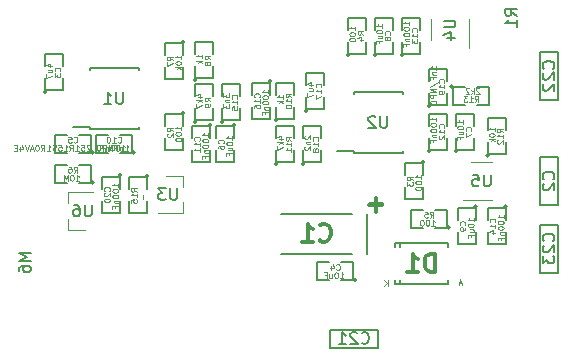
<source format=gbr>
%TF.GenerationSoftware,KiCad,Pcbnew,6.0.11+dfsg-1~bpo11+1*%
%TF.CreationDate,2023-05-25T08:41:55+00:00*%
%TF.ProjectId,PCRD04B,50435244-3034-4422-9e6b-696361645f70,REV*%
%TF.SameCoordinates,Original*%
%TF.FileFunction,Legend,Bot*%
%TF.FilePolarity,Positive*%
%FSLAX46Y46*%
G04 Gerber Fmt 4.6, Leading zero omitted, Abs format (unit mm)*
G04 Created by KiCad (PCBNEW 6.0.11+dfsg-1~bpo11+1) date 2023-05-25 08:41:55*
%MOMM*%
%LPD*%
G01*
G04 APERTURE LIST*
%ADD10C,0.109220*%
%ADD11C,0.150000*%
%ADD12C,0.304800*%
%ADD13C,0.099060*%
%ADD14C,0.120000*%
G04 APERTURE END LIST*
D10*
%TO.C,C20*%
X125618529Y-96983466D02*
X125642356Y-96959638D01*
X125666184Y-96888155D01*
X125666184Y-96840500D01*
X125642356Y-96769017D01*
X125594701Y-96721362D01*
X125547046Y-96697534D01*
X125451735Y-96673707D01*
X125380252Y-96673707D01*
X125284942Y-96697534D01*
X125237287Y-96721362D01*
X125189632Y-96769017D01*
X125165804Y-96840500D01*
X125165804Y-96888155D01*
X125189632Y-96959638D01*
X125213459Y-96983466D01*
X125213459Y-97174087D02*
X125189632Y-97197914D01*
X125165804Y-97245569D01*
X125165804Y-97364708D01*
X125189632Y-97412363D01*
X125213459Y-97436190D01*
X125261114Y-97460018D01*
X125308770Y-97460018D01*
X125380252Y-97436190D01*
X125666184Y-97150259D01*
X125666184Y-97460018D01*
X125165804Y-97769777D02*
X125165804Y-97817432D01*
X125189632Y-97865088D01*
X125213459Y-97888915D01*
X125261114Y-97912743D01*
X125356425Y-97936570D01*
X125475563Y-97936570D01*
X125570873Y-97912743D01*
X125618529Y-97888915D01*
X125642356Y-97865088D01*
X125666184Y-97817432D01*
X125666184Y-97769777D01*
X125642356Y-97722122D01*
X125618529Y-97698294D01*
X125570873Y-97674467D01*
X125475563Y-97650639D01*
X125356425Y-97650639D01*
X125261114Y-97674467D01*
X125213459Y-97698294D01*
X125189632Y-97722122D01*
X125165804Y-97769777D01*
X126364684Y-96657741D02*
X126364684Y-96371809D01*
X126364684Y-96514775D02*
X125864304Y-96514775D01*
X125935787Y-96467120D01*
X125983442Y-96419465D01*
X126007270Y-96371809D01*
X125864304Y-96967500D02*
X125864304Y-97015155D01*
X125888132Y-97062810D01*
X125911959Y-97086638D01*
X125959614Y-97110466D01*
X126054925Y-97134293D01*
X126174063Y-97134293D01*
X126269373Y-97110466D01*
X126317029Y-97086638D01*
X126340856Y-97062810D01*
X126364684Y-97015155D01*
X126364684Y-96967500D01*
X126340856Y-96919845D01*
X126317029Y-96896017D01*
X126269373Y-96872189D01*
X126174063Y-96848362D01*
X126054925Y-96848362D01*
X125959614Y-96872189D01*
X125911959Y-96896017D01*
X125888132Y-96919845D01*
X125864304Y-96967500D01*
X125864304Y-97444052D02*
X125864304Y-97491708D01*
X125888132Y-97539363D01*
X125911959Y-97563190D01*
X125959614Y-97587018D01*
X126054925Y-97610846D01*
X126174063Y-97610846D01*
X126269373Y-97587018D01*
X126317029Y-97563190D01*
X126340856Y-97539363D01*
X126364684Y-97491708D01*
X126364684Y-97444052D01*
X126340856Y-97396397D01*
X126317029Y-97372569D01*
X126269373Y-97348742D01*
X126174063Y-97324914D01*
X126054925Y-97324914D01*
X125959614Y-97348742D01*
X125911959Y-97372569D01*
X125888132Y-97396397D01*
X125864304Y-97444052D01*
X126031097Y-97825294D02*
X126364684Y-97825294D01*
X126078752Y-97825294D02*
X126054925Y-97849122D01*
X126031097Y-97896777D01*
X126031097Y-97968260D01*
X126054925Y-98015915D01*
X126102580Y-98039743D01*
X126364684Y-98039743D01*
X126102580Y-98444812D02*
X126102580Y-98278019D01*
X126364684Y-98278019D02*
X125864304Y-98278019D01*
X125864304Y-98516295D01*
%TO.C,R15*%
X127952184Y-97046966D02*
X127713908Y-96880172D01*
X127952184Y-96761034D02*
X127451804Y-96761034D01*
X127451804Y-96951655D01*
X127475632Y-96999310D01*
X127499459Y-97023138D01*
X127547114Y-97046966D01*
X127618597Y-97046966D01*
X127666252Y-97023138D01*
X127690080Y-96999310D01*
X127713908Y-96951655D01*
X127713908Y-96761034D01*
X127952184Y-97523518D02*
X127952184Y-97237587D01*
X127952184Y-97380552D02*
X127451804Y-97380552D01*
X127523287Y-97332897D01*
X127570942Y-97285242D01*
X127594770Y-97237587D01*
X127451804Y-97976243D02*
X127451804Y-97737967D01*
X127690080Y-97714139D01*
X127666252Y-97737967D01*
X127642425Y-97785622D01*
X127642425Y-97904760D01*
X127666252Y-97952415D01*
X127690080Y-97976243D01*
X127737735Y-98000070D01*
X127856873Y-98000070D01*
X127904529Y-97976243D01*
X127928356Y-97952415D01*
X127952184Y-97904760D01*
X127952184Y-97785622D01*
X127928356Y-97737967D01*
X127904529Y-97714139D01*
X128460063Y-97305018D02*
X128460063Y-97686259D01*
D11*
%TO.C,U3*%
X131345226Y-96757519D02*
X131345226Y-97567043D01*
X131297607Y-97662281D01*
X131249988Y-97709900D01*
X131154750Y-97757519D01*
X130964274Y-97757519D01*
X130869036Y-97709900D01*
X130821417Y-97662281D01*
X130773798Y-97567043D01*
X130773798Y-96757519D01*
X130392845Y-96757519D02*
X129773798Y-96757519D01*
X130107131Y-97138472D01*
X129964274Y-97138472D01*
X129869036Y-97186091D01*
X129821417Y-97233710D01*
X129773798Y-97328948D01*
X129773798Y-97567043D01*
X129821417Y-97662281D01*
X129869036Y-97709900D01*
X129964274Y-97757519D01*
X130249988Y-97757519D01*
X130345226Y-97709900D01*
X130392845Y-97662281D01*
%TO.C,U6*%
X124106226Y-98154519D02*
X124106226Y-98964043D01*
X124058607Y-99059281D01*
X124010988Y-99106900D01*
X123915750Y-99154519D01*
X123725274Y-99154519D01*
X123630036Y-99106900D01*
X123582417Y-99059281D01*
X123534798Y-98964043D01*
X123534798Y-98154519D01*
X122630036Y-98154519D02*
X122820512Y-98154519D01*
X122915750Y-98202139D01*
X122963369Y-98249758D01*
X123058607Y-98392615D01*
X123106226Y-98583091D01*
X123106226Y-98964043D01*
X123058607Y-99059281D01*
X123010988Y-99106900D01*
X122915750Y-99154519D01*
X122725274Y-99154519D01*
X122630036Y-99106900D01*
X122582417Y-99059281D01*
X122534798Y-98964043D01*
X122534798Y-98725948D01*
X122582417Y-98630710D01*
X122630036Y-98583091D01*
X122725274Y-98535472D01*
X122915750Y-98535472D01*
X123010988Y-98583091D01*
X123058607Y-98630710D01*
X123106226Y-98725948D01*
D12*
%TO.C,C1*%
X143410322Y-101151424D02*
X143482893Y-101223996D01*
X143700607Y-101296567D01*
X143845750Y-101296567D01*
X144063464Y-101223996D01*
X144208607Y-101078853D01*
X144281179Y-100933710D01*
X144353750Y-100643424D01*
X144353750Y-100425710D01*
X144281179Y-100135424D01*
X144208607Y-99990281D01*
X144063464Y-99845139D01*
X143845750Y-99772567D01*
X143700607Y-99772567D01*
X143482893Y-99845139D01*
X143410322Y-99917710D01*
X141958893Y-101296567D02*
X142829750Y-101296567D01*
X142394322Y-101296567D02*
X142394322Y-99772567D01*
X142539464Y-99990281D01*
X142684607Y-100135424D01*
X142829750Y-100207996D01*
X148735613Y-98165836D02*
X147574470Y-98165836D01*
X148155042Y-98746407D02*
X148155042Y-97585264D01*
D10*
%TO.C,C3*%
X121427529Y-86871242D02*
X121451356Y-86847414D01*
X121475184Y-86775931D01*
X121475184Y-86728276D01*
X121451356Y-86656793D01*
X121403701Y-86609138D01*
X121356046Y-86585310D01*
X121260735Y-86561483D01*
X121189252Y-86561483D01*
X121093942Y-86585310D01*
X121046287Y-86609138D01*
X120998632Y-86656793D01*
X120974804Y-86728276D01*
X120974804Y-86775931D01*
X120998632Y-86847414D01*
X121022459Y-86871242D01*
X120974804Y-87038035D02*
X120974804Y-87347794D01*
X121165425Y-87181001D01*
X121165425Y-87252484D01*
X121189252Y-87300139D01*
X121213080Y-87323967D01*
X121260735Y-87347794D01*
X121379873Y-87347794D01*
X121427529Y-87323967D01*
X121451356Y-87300139D01*
X121475184Y-87252484D01*
X121475184Y-87109518D01*
X121451356Y-87061863D01*
X121427529Y-87038035D01*
X120443097Y-86458310D02*
X120776684Y-86458310D01*
X120252476Y-86339172D02*
X120609891Y-86220034D01*
X120609891Y-86529793D01*
X120443097Y-86934863D02*
X120776684Y-86934863D01*
X120443097Y-86720414D02*
X120705201Y-86720414D01*
X120752856Y-86744242D01*
X120776684Y-86791897D01*
X120776684Y-86863380D01*
X120752856Y-86911035D01*
X120729029Y-86934863D01*
X120276304Y-87125484D02*
X120276304Y-87459070D01*
X120776684Y-87244622D01*
%TO.C,C4*%
X144827218Y-103643346D02*
X144851046Y-103667173D01*
X144922529Y-103691001D01*
X144970184Y-103691001D01*
X145041667Y-103667173D01*
X145089322Y-103619518D01*
X145113150Y-103571863D01*
X145136977Y-103476552D01*
X145136977Y-103405069D01*
X145113150Y-103309759D01*
X145089322Y-103262104D01*
X145041667Y-103214449D01*
X144970184Y-103190621D01*
X144922529Y-103190621D01*
X144851046Y-103214449D01*
X144827218Y-103238276D01*
X144398321Y-103357414D02*
X144398321Y-103691001D01*
X144517459Y-103166793D02*
X144636597Y-103524208D01*
X144326838Y-103524208D01*
X145152943Y-104389501D02*
X145438874Y-104389501D01*
X145295909Y-104389501D02*
X145295909Y-103889121D01*
X145343564Y-103960604D01*
X145391219Y-104008259D01*
X145438874Y-104032087D01*
X144843184Y-103889121D02*
X144795529Y-103889121D01*
X144747873Y-103912949D01*
X144724046Y-103936776D01*
X144700218Y-103984431D01*
X144676391Y-104079742D01*
X144676391Y-104198880D01*
X144700218Y-104294190D01*
X144724046Y-104341846D01*
X144747873Y-104365673D01*
X144795529Y-104389501D01*
X144843184Y-104389501D01*
X144890839Y-104365673D01*
X144914667Y-104341846D01*
X144938494Y-104294190D01*
X144962322Y-104198880D01*
X144962322Y-104079742D01*
X144938494Y-103984431D01*
X144914667Y-103936776D01*
X144890839Y-103912949D01*
X144843184Y-103889121D01*
X144247493Y-104055914D02*
X144247493Y-104389501D01*
X144461942Y-104055914D02*
X144461942Y-104318018D01*
X144438114Y-104365673D01*
X144390459Y-104389501D01*
X144318976Y-104389501D01*
X144271321Y-104365673D01*
X144247493Y-104341846D01*
X143842424Y-104127397D02*
X144009217Y-104127397D01*
X144009217Y-104389501D02*
X144009217Y-103889121D01*
X143770941Y-103889121D01*
%TO.C,C5*%
X122602218Y-92848346D02*
X122626046Y-92872173D01*
X122697529Y-92896001D01*
X122745184Y-92896001D01*
X122816667Y-92872173D01*
X122864322Y-92824518D01*
X122888150Y-92776863D01*
X122911977Y-92681552D01*
X122911977Y-92610069D01*
X122888150Y-92514759D01*
X122864322Y-92467104D01*
X122816667Y-92419449D01*
X122745184Y-92395621D01*
X122697529Y-92395621D01*
X122626046Y-92419449D01*
X122602218Y-92443276D01*
X122149493Y-92395621D02*
X122387770Y-92395621D01*
X122411597Y-92633897D01*
X122387770Y-92610069D01*
X122340114Y-92586242D01*
X122220976Y-92586242D01*
X122173321Y-92610069D01*
X122149493Y-92633897D01*
X122125666Y-92681552D01*
X122125666Y-92800690D01*
X122149493Y-92848346D01*
X122173321Y-92872173D01*
X122220976Y-92896001D01*
X122340114Y-92896001D01*
X122387770Y-92872173D01*
X122411597Y-92848346D01*
X126930983Y-93594501D02*
X127216914Y-93594501D01*
X127073949Y-93594501D02*
X127073949Y-93094121D01*
X127121604Y-93165604D01*
X127169259Y-93213259D01*
X127216914Y-93237087D01*
X126716534Y-93260914D02*
X126716534Y-93761294D01*
X126716534Y-93284742D02*
X126668879Y-93260914D01*
X126573569Y-93260914D01*
X126525913Y-93284742D01*
X126502086Y-93308569D01*
X126478258Y-93356225D01*
X126478258Y-93499190D01*
X126502086Y-93546846D01*
X126525913Y-93570673D01*
X126573569Y-93594501D01*
X126668879Y-93594501D01*
X126716534Y-93570673D01*
X126097016Y-93332397D02*
X126263810Y-93332397D01*
X126263810Y-93594501D02*
X126263810Y-93094121D01*
X126025533Y-93094121D01*
X125834912Y-93594501D02*
X125834912Y-93094121D01*
X125548981Y-93594501D01*
X125548981Y-93094121D01*
X125310705Y-93594501D02*
X125310705Y-93094121D01*
X125120084Y-93094121D01*
X125072429Y-93117949D01*
X125048601Y-93141776D01*
X125024773Y-93189431D01*
X125024773Y-93260914D01*
X125048601Y-93308569D01*
X125072429Y-93332397D01*
X125120084Y-93356225D01*
X125310705Y-93356225D01*
X124715014Y-93094121D02*
X124667359Y-93094121D01*
X124619704Y-93117949D01*
X124595876Y-93141776D01*
X124572049Y-93189431D01*
X124548221Y-93284742D01*
X124548221Y-93403880D01*
X124572049Y-93499190D01*
X124595876Y-93546846D01*
X124619704Y-93570673D01*
X124667359Y-93594501D01*
X124715014Y-93594501D01*
X124762670Y-93570673D01*
X124786497Y-93546846D01*
X124810325Y-93499190D01*
X124834152Y-93403880D01*
X124834152Y-93284742D01*
X124810325Y-93189431D01*
X124786497Y-93141776D01*
X124762670Y-93117949D01*
X124715014Y-93094121D01*
X123976358Y-93141776D02*
X123952531Y-93117949D01*
X123904875Y-93094121D01*
X123785737Y-93094121D01*
X123738082Y-93117949D01*
X123714254Y-93141776D01*
X123690427Y-93189431D01*
X123690427Y-93237087D01*
X123714254Y-93308569D01*
X124000186Y-93594501D01*
X123690427Y-93594501D01*
X123237702Y-93094121D02*
X123475978Y-93094121D01*
X123499806Y-93332397D01*
X123475978Y-93308569D01*
X123428323Y-93284742D01*
X123309185Y-93284742D01*
X123261530Y-93308569D01*
X123237702Y-93332397D01*
X123213874Y-93380052D01*
X123213874Y-93499190D01*
X123237702Y-93546846D01*
X123261530Y-93570673D01*
X123309185Y-93594501D01*
X123428323Y-93594501D01*
X123475978Y-93570673D01*
X123499806Y-93546846D01*
X122737322Y-93594501D02*
X123023253Y-93594501D01*
X122880288Y-93594501D02*
X122880288Y-93094121D01*
X122927943Y-93165604D01*
X122975598Y-93213259D01*
X123023253Y-93237087D01*
X122236942Y-93594501D02*
X122403735Y-93356225D01*
X122522873Y-93594501D02*
X122522873Y-93094121D01*
X122332252Y-93094121D01*
X122284597Y-93117949D01*
X122260770Y-93141776D01*
X122236942Y-93189431D01*
X122236942Y-93260914D01*
X122260770Y-93308569D01*
X122284597Y-93332397D01*
X122332252Y-93356225D01*
X122522873Y-93356225D01*
X121760390Y-93594501D02*
X122046321Y-93594501D01*
X121903355Y-93594501D02*
X121903355Y-93094121D01*
X121951011Y-93165604D01*
X121998666Y-93213259D01*
X122046321Y-93237087D01*
X121307665Y-93094121D02*
X121545941Y-93094121D01*
X121569769Y-93332397D01*
X121545941Y-93308569D01*
X121498286Y-93284742D01*
X121379148Y-93284742D01*
X121331492Y-93308569D01*
X121307665Y-93332397D01*
X121283837Y-93380052D01*
X121283837Y-93499190D01*
X121307665Y-93546846D01*
X121331492Y-93570673D01*
X121379148Y-93594501D01*
X121498286Y-93594501D01*
X121545941Y-93570673D01*
X121569769Y-93546846D01*
X121093216Y-93570673D02*
X121021733Y-93594501D01*
X120902595Y-93594501D01*
X120854940Y-93570673D01*
X120831112Y-93546846D01*
X120807285Y-93499190D01*
X120807285Y-93451535D01*
X120831112Y-93403880D01*
X120854940Y-93380052D01*
X120902595Y-93356225D01*
X120997906Y-93332397D01*
X121045561Y-93308569D01*
X121069389Y-93284742D01*
X121093216Y-93237087D01*
X121093216Y-93189431D01*
X121069389Y-93141776D01*
X121045561Y-93117949D01*
X120997906Y-93094121D01*
X120878768Y-93094121D01*
X120807285Y-93117949D01*
X120330732Y-93594501D02*
X120616664Y-93594501D01*
X120473698Y-93594501D02*
X120473698Y-93094121D01*
X120521353Y-93165604D01*
X120569009Y-93213259D01*
X120616664Y-93237087D01*
X119830352Y-93594501D02*
X119997146Y-93356225D01*
X120116284Y-93594501D02*
X120116284Y-93094121D01*
X119925663Y-93094121D01*
X119878008Y-93117949D01*
X119854180Y-93141776D01*
X119830352Y-93189431D01*
X119830352Y-93260914D01*
X119854180Y-93308569D01*
X119878008Y-93332397D01*
X119925663Y-93356225D01*
X120116284Y-93356225D01*
X119520593Y-93094121D02*
X119472938Y-93094121D01*
X119425283Y-93117949D01*
X119401455Y-93141776D01*
X119377628Y-93189431D01*
X119353800Y-93284742D01*
X119353800Y-93403880D01*
X119377628Y-93499190D01*
X119401455Y-93546846D01*
X119425283Y-93570673D01*
X119472938Y-93594501D01*
X119520593Y-93594501D01*
X119568249Y-93570673D01*
X119592076Y-93546846D01*
X119615904Y-93499190D01*
X119639732Y-93403880D01*
X119639732Y-93284742D01*
X119615904Y-93189431D01*
X119592076Y-93141776D01*
X119568249Y-93117949D01*
X119520593Y-93094121D01*
X119163179Y-93451535D02*
X118924903Y-93451535D01*
X119210834Y-93594501D02*
X119044041Y-93094121D01*
X118877248Y-93594501D01*
X118781937Y-93094121D02*
X118615144Y-93594501D01*
X118448351Y-93094121D01*
X118067109Y-93260914D02*
X118067109Y-93594501D01*
X118186247Y-93070293D02*
X118305385Y-93427708D01*
X117995626Y-93427708D01*
X117805005Y-93332397D02*
X117638212Y-93332397D01*
X117566729Y-93594501D02*
X117805005Y-93594501D01*
X117805005Y-93094121D01*
X117566729Y-93094121D01*
%TO.C,C6*%
X135270529Y-92967242D02*
X135294356Y-92943414D01*
X135318184Y-92871931D01*
X135318184Y-92824276D01*
X135294356Y-92752793D01*
X135246701Y-92705138D01*
X135199046Y-92681310D01*
X135103735Y-92657483D01*
X135032252Y-92657483D01*
X134936942Y-92681310D01*
X134889287Y-92705138D01*
X134841632Y-92752793D01*
X134817804Y-92824276D01*
X134817804Y-92871931D01*
X134841632Y-92943414D01*
X134865459Y-92967242D01*
X134817804Y-93396139D02*
X134817804Y-93300829D01*
X134841632Y-93253173D01*
X134865459Y-93229346D01*
X134936942Y-93181690D01*
X135032252Y-93157863D01*
X135222873Y-93157863D01*
X135270529Y-93181690D01*
X135294356Y-93205518D01*
X135318184Y-93253173D01*
X135318184Y-93348484D01*
X135294356Y-93396139D01*
X135270529Y-93419967D01*
X135222873Y-93443794D01*
X135103735Y-93443794D01*
X135056080Y-93419967D01*
X135032252Y-93396139D01*
X135008425Y-93348484D01*
X135008425Y-93253173D01*
X135032252Y-93205518D01*
X135056080Y-93181690D01*
X135103735Y-93157863D01*
X136016684Y-92641517D02*
X136016684Y-92355586D01*
X136016684Y-92498551D02*
X135516304Y-92498551D01*
X135587787Y-92450896D01*
X135635442Y-92403241D01*
X135659270Y-92355586D01*
X135516304Y-92951276D02*
X135516304Y-92998931D01*
X135540132Y-93046587D01*
X135563959Y-93070414D01*
X135611614Y-93094242D01*
X135706925Y-93118069D01*
X135826063Y-93118069D01*
X135921373Y-93094242D01*
X135969029Y-93070414D01*
X135992856Y-93046587D01*
X136016684Y-92998931D01*
X136016684Y-92951276D01*
X135992856Y-92903621D01*
X135969029Y-92879793D01*
X135921373Y-92855966D01*
X135826063Y-92832138D01*
X135706925Y-92832138D01*
X135611614Y-92855966D01*
X135563959Y-92879793D01*
X135540132Y-92903621D01*
X135516304Y-92951276D01*
X135683097Y-93546967D02*
X136016684Y-93546967D01*
X135683097Y-93332518D02*
X135945201Y-93332518D01*
X135992856Y-93356346D01*
X136016684Y-93404001D01*
X136016684Y-93475484D01*
X135992856Y-93523139D01*
X135969029Y-93546967D01*
X135754580Y-93952036D02*
X135754580Y-93785243D01*
X136016684Y-93785243D02*
X135516304Y-93785243D01*
X135516304Y-94023519D01*
%TO.C,C7*%
X156225529Y-91887742D02*
X156249356Y-91863914D01*
X156273184Y-91792431D01*
X156273184Y-91744776D01*
X156249356Y-91673293D01*
X156201701Y-91625638D01*
X156154046Y-91601810D01*
X156058735Y-91577983D01*
X155987252Y-91577983D01*
X155891942Y-91601810D01*
X155844287Y-91625638D01*
X155796632Y-91673293D01*
X155772804Y-91744776D01*
X155772804Y-91792431D01*
X155796632Y-91863914D01*
X155820459Y-91887742D01*
X155772804Y-92054535D02*
X155772804Y-92388122D01*
X156273184Y-92173673D01*
X155574684Y-91308017D02*
X155574684Y-91022086D01*
X155574684Y-91165051D02*
X155074304Y-91165051D01*
X155145787Y-91117396D01*
X155193442Y-91069741D01*
X155217270Y-91022086D01*
X155074304Y-91617776D02*
X155074304Y-91665431D01*
X155098132Y-91713087D01*
X155121959Y-91736914D01*
X155169614Y-91760742D01*
X155264925Y-91784569D01*
X155384063Y-91784569D01*
X155479373Y-91760742D01*
X155527029Y-91736914D01*
X155550856Y-91713087D01*
X155574684Y-91665431D01*
X155574684Y-91617776D01*
X155550856Y-91570121D01*
X155527029Y-91546293D01*
X155479373Y-91522466D01*
X155384063Y-91498638D01*
X155264925Y-91498638D01*
X155169614Y-91522466D01*
X155121959Y-91546293D01*
X155098132Y-91570121D01*
X155074304Y-91617776D01*
X155241097Y-92213467D02*
X155574684Y-92213467D01*
X155241097Y-91999018D02*
X155503201Y-91999018D01*
X155550856Y-92022846D01*
X155574684Y-92070501D01*
X155574684Y-92141984D01*
X155550856Y-92189639D01*
X155527029Y-92213467D01*
X155312580Y-92618536D02*
X155312580Y-92451743D01*
X155574684Y-92451743D02*
X155074304Y-92451743D01*
X155074304Y-92690019D01*
%TO.C,C8*%
X149367529Y-83759742D02*
X149391356Y-83735914D01*
X149415184Y-83664431D01*
X149415184Y-83616776D01*
X149391356Y-83545293D01*
X149343701Y-83497638D01*
X149296046Y-83473810D01*
X149200735Y-83449983D01*
X149129252Y-83449983D01*
X149033942Y-83473810D01*
X148986287Y-83497638D01*
X148938632Y-83545293D01*
X148914804Y-83616776D01*
X148914804Y-83664431D01*
X148938632Y-83735914D01*
X148962459Y-83759742D01*
X149129252Y-84045673D02*
X149105425Y-83998018D01*
X149081597Y-83974190D01*
X149033942Y-83950363D01*
X149010114Y-83950363D01*
X148962459Y-83974190D01*
X148938632Y-83998018D01*
X148914804Y-84045673D01*
X148914804Y-84140984D01*
X148938632Y-84188639D01*
X148962459Y-84212467D01*
X149010114Y-84236294D01*
X149033942Y-84236294D01*
X149081597Y-84212467D01*
X149105425Y-84188639D01*
X149129252Y-84140984D01*
X149129252Y-84045673D01*
X149153080Y-83998018D01*
X149176908Y-83974190D01*
X149224563Y-83950363D01*
X149319873Y-83950363D01*
X149367529Y-83974190D01*
X149391356Y-83998018D01*
X149415184Y-84045673D01*
X149415184Y-84140984D01*
X149391356Y-84188639D01*
X149367529Y-84212467D01*
X149319873Y-84236294D01*
X149224563Y-84236294D01*
X149176908Y-84212467D01*
X149153080Y-84188639D01*
X149129252Y-84140984D01*
X148716684Y-83180017D02*
X148716684Y-82894086D01*
X148716684Y-83037051D02*
X148216304Y-83037051D01*
X148287787Y-82989396D01*
X148335442Y-82941741D01*
X148359270Y-82894086D01*
X148216304Y-83489776D02*
X148216304Y-83537431D01*
X148240132Y-83585087D01*
X148263959Y-83608914D01*
X148311614Y-83632742D01*
X148406925Y-83656569D01*
X148526063Y-83656569D01*
X148621373Y-83632742D01*
X148669029Y-83608914D01*
X148692856Y-83585087D01*
X148716684Y-83537431D01*
X148716684Y-83489776D01*
X148692856Y-83442121D01*
X148669029Y-83418293D01*
X148621373Y-83394466D01*
X148526063Y-83370638D01*
X148406925Y-83370638D01*
X148311614Y-83394466D01*
X148263959Y-83418293D01*
X148240132Y-83442121D01*
X148216304Y-83489776D01*
X148383097Y-84085467D02*
X148716684Y-84085467D01*
X148383097Y-83871018D02*
X148645201Y-83871018D01*
X148692856Y-83894846D01*
X148716684Y-83942501D01*
X148716684Y-84013984D01*
X148692856Y-84061639D01*
X148669029Y-84085467D01*
X148454580Y-84490536D02*
X148454580Y-84323743D01*
X148716684Y-84323743D02*
X148216304Y-84323743D01*
X148216304Y-84562019D01*
%TO.C,C9*%
X155717529Y-99888742D02*
X155741356Y-99864914D01*
X155765184Y-99793431D01*
X155765184Y-99745776D01*
X155741356Y-99674293D01*
X155693701Y-99626638D01*
X155646046Y-99602810D01*
X155550735Y-99578983D01*
X155479252Y-99578983D01*
X155383942Y-99602810D01*
X155336287Y-99626638D01*
X155288632Y-99674293D01*
X155264804Y-99745776D01*
X155264804Y-99793431D01*
X155288632Y-99864914D01*
X155312459Y-99888742D01*
X155765184Y-100127018D02*
X155765184Y-100222329D01*
X155741356Y-100269984D01*
X155717529Y-100293811D01*
X155646046Y-100341467D01*
X155550735Y-100365294D01*
X155360114Y-100365294D01*
X155312459Y-100341467D01*
X155288632Y-100317639D01*
X155264804Y-100269984D01*
X155264804Y-100174673D01*
X155288632Y-100127018D01*
X155312459Y-100103190D01*
X155360114Y-100079363D01*
X155479252Y-100079363D01*
X155526908Y-100103190D01*
X155550735Y-100127018D01*
X155574563Y-100174673D01*
X155574563Y-100269984D01*
X155550735Y-100317639D01*
X155526908Y-100341467D01*
X155479252Y-100365294D01*
X156463684Y-99563017D02*
X156463684Y-99277086D01*
X156463684Y-99420051D02*
X155963304Y-99420051D01*
X156034787Y-99372396D01*
X156082442Y-99324741D01*
X156106270Y-99277086D01*
X155963304Y-99872776D02*
X155963304Y-99920431D01*
X155987132Y-99968087D01*
X156010959Y-99991914D01*
X156058614Y-100015742D01*
X156153925Y-100039569D01*
X156273063Y-100039569D01*
X156368373Y-100015742D01*
X156416029Y-99991914D01*
X156439856Y-99968087D01*
X156463684Y-99920431D01*
X156463684Y-99872776D01*
X156439856Y-99825121D01*
X156416029Y-99801293D01*
X156368373Y-99777466D01*
X156273063Y-99753638D01*
X156153925Y-99753638D01*
X156058614Y-99777466D01*
X156010959Y-99801293D01*
X155987132Y-99825121D01*
X155963304Y-99872776D01*
X156130097Y-100468467D02*
X156463684Y-100468467D01*
X156130097Y-100254018D02*
X156392201Y-100254018D01*
X156439856Y-100277846D01*
X156463684Y-100325501D01*
X156463684Y-100396984D01*
X156439856Y-100444639D01*
X156416029Y-100468467D01*
X156201580Y-100873536D02*
X156201580Y-100706743D01*
X156463684Y-100706743D02*
X155963304Y-100706743D01*
X155963304Y-100945019D01*
%TO.C,C10*%
X126332994Y-92848346D02*
X126356822Y-92872173D01*
X126428305Y-92896001D01*
X126475960Y-92896001D01*
X126547443Y-92872173D01*
X126595098Y-92824518D01*
X126618926Y-92776863D01*
X126642753Y-92681552D01*
X126642753Y-92610069D01*
X126618926Y-92514759D01*
X126595098Y-92467104D01*
X126547443Y-92419449D01*
X126475960Y-92395621D01*
X126428305Y-92395621D01*
X126356822Y-92419449D01*
X126332994Y-92443276D01*
X125856442Y-92896001D02*
X126142373Y-92896001D01*
X125999408Y-92896001D02*
X125999408Y-92395621D01*
X126047063Y-92467104D01*
X126094718Y-92514759D01*
X126142373Y-92538587D01*
X125546683Y-92395621D02*
X125499028Y-92395621D01*
X125451372Y-92419449D01*
X125427545Y-92443276D01*
X125403717Y-92490931D01*
X125379890Y-92586242D01*
X125379890Y-92705380D01*
X125403717Y-92800690D01*
X125427545Y-92848346D01*
X125451372Y-92872173D01*
X125499028Y-92896001D01*
X125546683Y-92896001D01*
X125594338Y-92872173D01*
X125618166Y-92848346D01*
X125641993Y-92800690D01*
X125665821Y-92705380D01*
X125665821Y-92586242D01*
X125641993Y-92490931D01*
X125618166Y-92443276D01*
X125594338Y-92419449D01*
X125546683Y-92395621D01*
X126658719Y-93594501D02*
X126944651Y-93594501D01*
X126801685Y-93594501D02*
X126801685Y-93094121D01*
X126849340Y-93165604D01*
X126896995Y-93213259D01*
X126944651Y-93237087D01*
X126348960Y-93094121D02*
X126301305Y-93094121D01*
X126253650Y-93117949D01*
X126229822Y-93141776D01*
X126205994Y-93189431D01*
X126182167Y-93284742D01*
X126182167Y-93403880D01*
X126205994Y-93499190D01*
X126229822Y-93546846D01*
X126253650Y-93570673D01*
X126301305Y-93594501D01*
X126348960Y-93594501D01*
X126396615Y-93570673D01*
X126420443Y-93546846D01*
X126444271Y-93499190D01*
X126468098Y-93403880D01*
X126468098Y-93284742D01*
X126444271Y-93189431D01*
X126420443Y-93141776D01*
X126396615Y-93117949D01*
X126348960Y-93094121D01*
X125872408Y-93094121D02*
X125824752Y-93094121D01*
X125777097Y-93117949D01*
X125753270Y-93141776D01*
X125729442Y-93189431D01*
X125705614Y-93284742D01*
X125705614Y-93403880D01*
X125729442Y-93499190D01*
X125753270Y-93546846D01*
X125777097Y-93570673D01*
X125824752Y-93594501D01*
X125872408Y-93594501D01*
X125920063Y-93570673D01*
X125943891Y-93546846D01*
X125967718Y-93499190D01*
X125991546Y-93403880D01*
X125991546Y-93284742D01*
X125967718Y-93189431D01*
X125943891Y-93141776D01*
X125920063Y-93117949D01*
X125872408Y-93094121D01*
X125491166Y-93260914D02*
X125491166Y-93594501D01*
X125491166Y-93308569D02*
X125467338Y-93284742D01*
X125419683Y-93260914D01*
X125348200Y-93260914D01*
X125300545Y-93284742D01*
X125276717Y-93332397D01*
X125276717Y-93594501D01*
X124871648Y-93332397D02*
X125038441Y-93332397D01*
X125038441Y-93594501D02*
X125038441Y-93094121D01*
X124800165Y-93094121D01*
%TO.C,C11*%
X133238529Y-92728966D02*
X133262356Y-92705138D01*
X133286184Y-92633655D01*
X133286184Y-92586000D01*
X133262356Y-92514517D01*
X133214701Y-92466862D01*
X133167046Y-92443034D01*
X133071735Y-92419207D01*
X133000252Y-92419207D01*
X132904942Y-92443034D01*
X132857287Y-92466862D01*
X132809632Y-92514517D01*
X132785804Y-92586000D01*
X132785804Y-92633655D01*
X132809632Y-92705138D01*
X132833459Y-92728966D01*
X133286184Y-93205518D02*
X133286184Y-92919587D01*
X133286184Y-93062552D02*
X132785804Y-93062552D01*
X132857287Y-93014897D01*
X132904942Y-92967242D01*
X132928770Y-92919587D01*
X133286184Y-93682070D02*
X133286184Y-93396139D01*
X133286184Y-93539105D02*
X132785804Y-93539105D01*
X132857287Y-93491449D01*
X132904942Y-93443794D01*
X132928770Y-93396139D01*
X133984684Y-92403241D02*
X133984684Y-92117309D01*
X133984684Y-92260275D02*
X133484304Y-92260275D01*
X133555787Y-92212620D01*
X133603442Y-92164965D01*
X133627270Y-92117309D01*
X133484304Y-92713000D02*
X133484304Y-92760655D01*
X133508132Y-92808310D01*
X133531959Y-92832138D01*
X133579614Y-92855966D01*
X133674925Y-92879793D01*
X133794063Y-92879793D01*
X133889373Y-92855966D01*
X133937029Y-92832138D01*
X133960856Y-92808310D01*
X133984684Y-92760655D01*
X133984684Y-92713000D01*
X133960856Y-92665345D01*
X133937029Y-92641517D01*
X133889373Y-92617689D01*
X133794063Y-92593862D01*
X133674925Y-92593862D01*
X133579614Y-92617689D01*
X133531959Y-92641517D01*
X133508132Y-92665345D01*
X133484304Y-92713000D01*
X133484304Y-93189552D02*
X133484304Y-93237208D01*
X133508132Y-93284863D01*
X133531959Y-93308690D01*
X133579614Y-93332518D01*
X133674925Y-93356346D01*
X133794063Y-93356346D01*
X133889373Y-93332518D01*
X133937029Y-93308690D01*
X133960856Y-93284863D01*
X133984684Y-93237208D01*
X133984684Y-93189552D01*
X133960856Y-93141897D01*
X133937029Y-93118069D01*
X133889373Y-93094242D01*
X133794063Y-93070414D01*
X133674925Y-93070414D01*
X133579614Y-93094242D01*
X133531959Y-93118069D01*
X133508132Y-93141897D01*
X133484304Y-93189552D01*
X133651097Y-93570794D02*
X133984684Y-93570794D01*
X133698752Y-93570794D02*
X133674925Y-93594622D01*
X133651097Y-93642277D01*
X133651097Y-93713760D01*
X133674925Y-93761415D01*
X133722580Y-93785243D01*
X133984684Y-93785243D01*
X133722580Y-94190312D02*
X133722580Y-94023519D01*
X133984684Y-94023519D02*
X133484304Y-94023519D01*
X133484304Y-94261795D01*
%TO.C,C12*%
X153939529Y-91649466D02*
X153963356Y-91625638D01*
X153987184Y-91554155D01*
X153987184Y-91506500D01*
X153963356Y-91435017D01*
X153915701Y-91387362D01*
X153868046Y-91363534D01*
X153772735Y-91339707D01*
X153701252Y-91339707D01*
X153605942Y-91363534D01*
X153558287Y-91387362D01*
X153510632Y-91435017D01*
X153486804Y-91506500D01*
X153486804Y-91554155D01*
X153510632Y-91625638D01*
X153534459Y-91649466D01*
X153987184Y-92126018D02*
X153987184Y-91840087D01*
X153987184Y-91983052D02*
X153486804Y-91983052D01*
X153558287Y-91935397D01*
X153605942Y-91887742D01*
X153629770Y-91840087D01*
X153534459Y-92316639D02*
X153510632Y-92340467D01*
X153486804Y-92388122D01*
X153486804Y-92507260D01*
X153510632Y-92554915D01*
X153534459Y-92578743D01*
X153582114Y-92602570D01*
X153629770Y-92602570D01*
X153701252Y-92578743D01*
X153987184Y-92292811D01*
X153987184Y-92602570D01*
X153288684Y-91069741D02*
X153288684Y-90783809D01*
X153288684Y-90926775D02*
X152788304Y-90926775D01*
X152859787Y-90879120D01*
X152907442Y-90831465D01*
X152931270Y-90783809D01*
X152788304Y-91379500D02*
X152788304Y-91427155D01*
X152812132Y-91474810D01*
X152835959Y-91498638D01*
X152883614Y-91522466D01*
X152978925Y-91546293D01*
X153098063Y-91546293D01*
X153193373Y-91522466D01*
X153241029Y-91498638D01*
X153264856Y-91474810D01*
X153288684Y-91427155D01*
X153288684Y-91379500D01*
X153264856Y-91331845D01*
X153241029Y-91308017D01*
X153193373Y-91284189D01*
X153098063Y-91260362D01*
X152978925Y-91260362D01*
X152883614Y-91284189D01*
X152835959Y-91308017D01*
X152812132Y-91331845D01*
X152788304Y-91379500D01*
X152788304Y-91856052D02*
X152788304Y-91903708D01*
X152812132Y-91951363D01*
X152835959Y-91975190D01*
X152883614Y-91999018D01*
X152978925Y-92022846D01*
X153098063Y-92022846D01*
X153193373Y-91999018D01*
X153241029Y-91975190D01*
X153264856Y-91951363D01*
X153288684Y-91903708D01*
X153288684Y-91856052D01*
X153264856Y-91808397D01*
X153241029Y-91784569D01*
X153193373Y-91760742D01*
X153098063Y-91736914D01*
X152978925Y-91736914D01*
X152883614Y-91760742D01*
X152835959Y-91784569D01*
X152812132Y-91808397D01*
X152788304Y-91856052D01*
X152955097Y-92237294D02*
X153288684Y-92237294D01*
X153002752Y-92237294D02*
X152978925Y-92261122D01*
X152955097Y-92308777D01*
X152955097Y-92380260D01*
X152978925Y-92427915D01*
X153026580Y-92451743D01*
X153288684Y-92451743D01*
X153026580Y-92856812D02*
X153026580Y-92690019D01*
X153288684Y-92690019D02*
X152788304Y-92690019D01*
X152788304Y-92928295D01*
%TO.C,C13*%
X151653529Y-83521466D02*
X151677356Y-83497638D01*
X151701184Y-83426155D01*
X151701184Y-83378500D01*
X151677356Y-83307017D01*
X151629701Y-83259362D01*
X151582046Y-83235534D01*
X151486735Y-83211707D01*
X151415252Y-83211707D01*
X151319942Y-83235534D01*
X151272287Y-83259362D01*
X151224632Y-83307017D01*
X151200804Y-83378500D01*
X151200804Y-83426155D01*
X151224632Y-83497638D01*
X151248459Y-83521466D01*
X151701184Y-83998018D02*
X151701184Y-83712087D01*
X151701184Y-83855052D02*
X151200804Y-83855052D01*
X151272287Y-83807397D01*
X151319942Y-83759742D01*
X151343770Y-83712087D01*
X151200804Y-84164811D02*
X151200804Y-84474570D01*
X151391425Y-84307777D01*
X151391425Y-84379260D01*
X151415252Y-84426915D01*
X151439080Y-84450743D01*
X151486735Y-84474570D01*
X151605873Y-84474570D01*
X151653529Y-84450743D01*
X151677356Y-84426915D01*
X151701184Y-84379260D01*
X151701184Y-84236294D01*
X151677356Y-84188639D01*
X151653529Y-84164811D01*
X151002684Y-82941741D02*
X151002684Y-82655809D01*
X151002684Y-82798775D02*
X150502304Y-82798775D01*
X150573787Y-82751120D01*
X150621442Y-82703465D01*
X150645270Y-82655809D01*
X150502304Y-83251500D02*
X150502304Y-83299155D01*
X150526132Y-83346810D01*
X150549959Y-83370638D01*
X150597614Y-83394466D01*
X150692925Y-83418293D01*
X150812063Y-83418293D01*
X150907373Y-83394466D01*
X150955029Y-83370638D01*
X150978856Y-83346810D01*
X151002684Y-83299155D01*
X151002684Y-83251500D01*
X150978856Y-83203845D01*
X150955029Y-83180017D01*
X150907373Y-83156189D01*
X150812063Y-83132362D01*
X150692925Y-83132362D01*
X150597614Y-83156189D01*
X150549959Y-83180017D01*
X150526132Y-83203845D01*
X150502304Y-83251500D01*
X150502304Y-83728052D02*
X150502304Y-83775708D01*
X150526132Y-83823363D01*
X150549959Y-83847190D01*
X150597614Y-83871018D01*
X150692925Y-83894846D01*
X150812063Y-83894846D01*
X150907373Y-83871018D01*
X150955029Y-83847190D01*
X150978856Y-83823363D01*
X151002684Y-83775708D01*
X151002684Y-83728052D01*
X150978856Y-83680397D01*
X150955029Y-83656569D01*
X150907373Y-83632742D01*
X150812063Y-83608914D01*
X150692925Y-83608914D01*
X150597614Y-83632742D01*
X150549959Y-83656569D01*
X150526132Y-83680397D01*
X150502304Y-83728052D01*
X150669097Y-84109294D02*
X151002684Y-84109294D01*
X150716752Y-84109294D02*
X150692925Y-84133122D01*
X150669097Y-84180777D01*
X150669097Y-84252260D01*
X150692925Y-84299915D01*
X150740580Y-84323743D01*
X151002684Y-84323743D01*
X150740580Y-84728812D02*
X150740580Y-84562019D01*
X151002684Y-84562019D02*
X150502304Y-84562019D01*
X150502304Y-84800295D01*
%TO.C,C14*%
X158257529Y-99650466D02*
X158281356Y-99626638D01*
X158305184Y-99555155D01*
X158305184Y-99507500D01*
X158281356Y-99436017D01*
X158233701Y-99388362D01*
X158186046Y-99364534D01*
X158090735Y-99340707D01*
X158019252Y-99340707D01*
X157923942Y-99364534D01*
X157876287Y-99388362D01*
X157828632Y-99436017D01*
X157804804Y-99507500D01*
X157804804Y-99555155D01*
X157828632Y-99626638D01*
X157852459Y-99650466D01*
X158305184Y-100127018D02*
X158305184Y-99841087D01*
X158305184Y-99984052D02*
X157804804Y-99984052D01*
X157876287Y-99936397D01*
X157923942Y-99888742D01*
X157947770Y-99841087D01*
X157971597Y-100555915D02*
X158305184Y-100555915D01*
X157780976Y-100436777D02*
X158138391Y-100317639D01*
X158138391Y-100627398D01*
X159003684Y-99324741D02*
X159003684Y-99038809D01*
X159003684Y-99181775D02*
X158503304Y-99181775D01*
X158574787Y-99134120D01*
X158622442Y-99086465D01*
X158646270Y-99038809D01*
X158503304Y-99634500D02*
X158503304Y-99682155D01*
X158527132Y-99729810D01*
X158550959Y-99753638D01*
X158598614Y-99777466D01*
X158693925Y-99801293D01*
X158813063Y-99801293D01*
X158908373Y-99777466D01*
X158956029Y-99753638D01*
X158979856Y-99729810D01*
X159003684Y-99682155D01*
X159003684Y-99634500D01*
X158979856Y-99586845D01*
X158956029Y-99563017D01*
X158908373Y-99539189D01*
X158813063Y-99515362D01*
X158693925Y-99515362D01*
X158598614Y-99539189D01*
X158550959Y-99563017D01*
X158527132Y-99586845D01*
X158503304Y-99634500D01*
X158503304Y-100111052D02*
X158503304Y-100158708D01*
X158527132Y-100206363D01*
X158550959Y-100230190D01*
X158598614Y-100254018D01*
X158693925Y-100277846D01*
X158813063Y-100277846D01*
X158908373Y-100254018D01*
X158956029Y-100230190D01*
X158979856Y-100206363D01*
X159003684Y-100158708D01*
X159003684Y-100111052D01*
X158979856Y-100063397D01*
X158956029Y-100039569D01*
X158908373Y-100015742D01*
X158813063Y-99991914D01*
X158693925Y-99991914D01*
X158598614Y-100015742D01*
X158550959Y-100039569D01*
X158527132Y-100063397D01*
X158503304Y-100111052D01*
X158670097Y-100492294D02*
X159003684Y-100492294D01*
X158717752Y-100492294D02*
X158693925Y-100516122D01*
X158670097Y-100563777D01*
X158670097Y-100635260D01*
X158693925Y-100682915D01*
X158741580Y-100706743D01*
X159003684Y-100706743D01*
X158741580Y-101111812D02*
X158741580Y-100945019D01*
X159003684Y-100945019D02*
X158503304Y-100945019D01*
X158503304Y-101183295D01*
%TO.C,C15*%
X136413529Y-89172966D02*
X136437356Y-89149138D01*
X136461184Y-89077655D01*
X136461184Y-89030000D01*
X136437356Y-88958517D01*
X136389701Y-88910862D01*
X136342046Y-88887034D01*
X136246735Y-88863207D01*
X136175252Y-88863207D01*
X136079942Y-88887034D01*
X136032287Y-88910862D01*
X135984632Y-88958517D01*
X135960804Y-89030000D01*
X135960804Y-89077655D01*
X135984632Y-89149138D01*
X136008459Y-89172966D01*
X136461184Y-89649518D02*
X136461184Y-89363587D01*
X136461184Y-89506552D02*
X135960804Y-89506552D01*
X136032287Y-89458897D01*
X136079942Y-89411242D01*
X136103770Y-89363587D01*
X135960804Y-90102243D02*
X135960804Y-89863967D01*
X136199080Y-89840139D01*
X136175252Y-89863967D01*
X136151425Y-89911622D01*
X136151425Y-90030760D01*
X136175252Y-90078415D01*
X136199080Y-90102243D01*
X136246735Y-90126070D01*
X136365873Y-90126070D01*
X136413529Y-90102243D01*
X136437356Y-90078415D01*
X136461184Y-90030760D01*
X136461184Y-89911622D01*
X136437356Y-89863967D01*
X136413529Y-89840139D01*
X135262304Y-88736207D02*
X135262304Y-89045966D01*
X135452925Y-88879172D01*
X135452925Y-88950655D01*
X135476752Y-88998310D01*
X135500580Y-89022138D01*
X135548235Y-89045966D01*
X135667373Y-89045966D01*
X135715029Y-89022138D01*
X135738856Y-88998310D01*
X135762684Y-88950655D01*
X135762684Y-88807689D01*
X135738856Y-88760034D01*
X135715029Y-88736207D01*
X135429097Y-89260414D02*
X135762684Y-89260414D01*
X135476752Y-89260414D02*
X135452925Y-89284242D01*
X135429097Y-89331897D01*
X135429097Y-89403380D01*
X135452925Y-89451035D01*
X135500580Y-89474863D01*
X135762684Y-89474863D01*
X135262304Y-89665484D02*
X135262304Y-89975243D01*
X135452925Y-89808449D01*
X135452925Y-89879932D01*
X135476752Y-89927588D01*
X135500580Y-89951415D01*
X135548235Y-89975243D01*
X135667373Y-89975243D01*
X135715029Y-89951415D01*
X135738856Y-89927588D01*
X135762684Y-89879932D01*
X135762684Y-89736967D01*
X135738856Y-89689311D01*
X135715029Y-89665484D01*
%TO.C,C16*%
X138318529Y-89045966D02*
X138342356Y-89022138D01*
X138366184Y-88950655D01*
X138366184Y-88903000D01*
X138342356Y-88831517D01*
X138294701Y-88783862D01*
X138247046Y-88760034D01*
X138151735Y-88736207D01*
X138080252Y-88736207D01*
X137984942Y-88760034D01*
X137937287Y-88783862D01*
X137889632Y-88831517D01*
X137865804Y-88903000D01*
X137865804Y-88950655D01*
X137889632Y-89022138D01*
X137913459Y-89045966D01*
X138366184Y-89522518D02*
X138366184Y-89236587D01*
X138366184Y-89379552D02*
X137865804Y-89379552D01*
X137937287Y-89331897D01*
X137984942Y-89284242D01*
X138008770Y-89236587D01*
X137865804Y-89951415D02*
X137865804Y-89856105D01*
X137889632Y-89808449D01*
X137913459Y-89784622D01*
X137984942Y-89736967D01*
X138080252Y-89713139D01*
X138270873Y-89713139D01*
X138318529Y-89736967D01*
X138342356Y-89760794D01*
X138366184Y-89808449D01*
X138366184Y-89903760D01*
X138342356Y-89951415D01*
X138318529Y-89975243D01*
X138270873Y-89999070D01*
X138151735Y-89999070D01*
X138104080Y-89975243D01*
X138080252Y-89951415D01*
X138056425Y-89903760D01*
X138056425Y-89808449D01*
X138080252Y-89760794D01*
X138104080Y-89736967D01*
X138151735Y-89713139D01*
X139064684Y-88720241D02*
X139064684Y-88434309D01*
X139064684Y-88577275D02*
X138564304Y-88577275D01*
X138635787Y-88529620D01*
X138683442Y-88481965D01*
X138707270Y-88434309D01*
X138564304Y-89030000D02*
X138564304Y-89077655D01*
X138588132Y-89125310D01*
X138611959Y-89149138D01*
X138659614Y-89172966D01*
X138754925Y-89196793D01*
X138874063Y-89196793D01*
X138969373Y-89172966D01*
X139017029Y-89149138D01*
X139040856Y-89125310D01*
X139064684Y-89077655D01*
X139064684Y-89030000D01*
X139040856Y-88982345D01*
X139017029Y-88958517D01*
X138969373Y-88934689D01*
X138874063Y-88910862D01*
X138754925Y-88910862D01*
X138659614Y-88934689D01*
X138611959Y-88958517D01*
X138588132Y-88982345D01*
X138564304Y-89030000D01*
X138564304Y-89506552D02*
X138564304Y-89554208D01*
X138588132Y-89601863D01*
X138611959Y-89625690D01*
X138659614Y-89649518D01*
X138754925Y-89673346D01*
X138874063Y-89673346D01*
X138969373Y-89649518D01*
X139017029Y-89625690D01*
X139040856Y-89601863D01*
X139064684Y-89554208D01*
X139064684Y-89506552D01*
X139040856Y-89458897D01*
X139017029Y-89435069D01*
X138969373Y-89411242D01*
X138874063Y-89387414D01*
X138754925Y-89387414D01*
X138659614Y-89411242D01*
X138611959Y-89435069D01*
X138588132Y-89458897D01*
X138564304Y-89506552D01*
X138731097Y-89887794D02*
X139064684Y-89887794D01*
X138778752Y-89887794D02*
X138754925Y-89911622D01*
X138731097Y-89959277D01*
X138731097Y-90030760D01*
X138754925Y-90078415D01*
X138802580Y-90102243D01*
X139064684Y-90102243D01*
X138802580Y-90507312D02*
X138802580Y-90340519D01*
X139064684Y-90340519D02*
X138564304Y-90340519D01*
X138564304Y-90578795D01*
%TO.C,C17*%
X143525529Y-88220466D02*
X143549356Y-88196638D01*
X143573184Y-88125155D01*
X143573184Y-88077500D01*
X143549356Y-88006017D01*
X143501701Y-87958362D01*
X143454046Y-87934534D01*
X143358735Y-87910707D01*
X143287252Y-87910707D01*
X143191942Y-87934534D01*
X143144287Y-87958362D01*
X143096632Y-88006017D01*
X143072804Y-88077500D01*
X143072804Y-88125155D01*
X143096632Y-88196638D01*
X143120459Y-88220466D01*
X143573184Y-88697018D02*
X143573184Y-88411087D01*
X143573184Y-88554052D02*
X143072804Y-88554052D01*
X143144287Y-88506397D01*
X143191942Y-88458742D01*
X143215770Y-88411087D01*
X143072804Y-88863811D02*
X143072804Y-89197398D01*
X143573184Y-88982949D01*
X142541097Y-88045810D02*
X142874684Y-88045810D01*
X142350476Y-87926672D02*
X142707891Y-87807534D01*
X142707891Y-88117293D01*
X142541097Y-88522363D02*
X142874684Y-88522363D01*
X142541097Y-88307914D02*
X142803201Y-88307914D01*
X142850856Y-88331742D01*
X142874684Y-88379397D01*
X142874684Y-88450880D01*
X142850856Y-88498535D01*
X142827029Y-88522363D01*
X142374304Y-88712984D02*
X142374304Y-89046570D01*
X142874684Y-88832122D01*
%TO.C,C18*%
X143271529Y-92728966D02*
X143295356Y-92705138D01*
X143319184Y-92633655D01*
X143319184Y-92586000D01*
X143295356Y-92514517D01*
X143247701Y-92466862D01*
X143200046Y-92443034D01*
X143104735Y-92419207D01*
X143033252Y-92419207D01*
X142937942Y-92443034D01*
X142890287Y-92466862D01*
X142842632Y-92514517D01*
X142818804Y-92586000D01*
X142818804Y-92633655D01*
X142842632Y-92705138D01*
X142866459Y-92728966D01*
X143319184Y-93205518D02*
X143319184Y-92919587D01*
X143319184Y-93062552D02*
X142818804Y-93062552D01*
X142890287Y-93014897D01*
X142937942Y-92967242D01*
X142961770Y-92919587D01*
X143033252Y-93491449D02*
X143009425Y-93443794D01*
X142985597Y-93419967D01*
X142937942Y-93396139D01*
X142914114Y-93396139D01*
X142866459Y-93419967D01*
X142842632Y-93443794D01*
X142818804Y-93491449D01*
X142818804Y-93586760D01*
X142842632Y-93634415D01*
X142866459Y-93658243D01*
X142914114Y-93682070D01*
X142937942Y-93682070D01*
X142985597Y-93658243D01*
X143009425Y-93634415D01*
X143033252Y-93586760D01*
X143033252Y-93491449D01*
X143057080Y-93443794D01*
X143080908Y-93419967D01*
X143128563Y-93396139D01*
X143223873Y-93396139D01*
X143271529Y-93419967D01*
X143295356Y-93443794D01*
X143319184Y-93491449D01*
X143319184Y-93586760D01*
X143295356Y-93634415D01*
X143271529Y-93658243D01*
X143223873Y-93682070D01*
X143128563Y-93682070D01*
X143080908Y-93658243D01*
X143057080Y-93634415D01*
X143033252Y-93586760D01*
X142167959Y-92316034D02*
X142144132Y-92339862D01*
X142120304Y-92387517D01*
X142120304Y-92506655D01*
X142144132Y-92554310D01*
X142167959Y-92578138D01*
X142215614Y-92601966D01*
X142263270Y-92601966D01*
X142334752Y-92578138D01*
X142620684Y-92292207D01*
X142620684Y-92601966D01*
X142287097Y-92816414D02*
X142620684Y-92816414D01*
X142334752Y-92816414D02*
X142310925Y-92840242D01*
X142287097Y-92887897D01*
X142287097Y-92959380D01*
X142310925Y-93007035D01*
X142358580Y-93030863D01*
X142620684Y-93030863D01*
X142167959Y-93245311D02*
X142144132Y-93269139D01*
X142120304Y-93316794D01*
X142120304Y-93435932D01*
X142144132Y-93483588D01*
X142167959Y-93507415D01*
X142215614Y-93531243D01*
X142263270Y-93531243D01*
X142334752Y-93507415D01*
X142620684Y-93221484D01*
X142620684Y-93531243D01*
%TO.C,C19*%
X153939529Y-87839466D02*
X153963356Y-87815638D01*
X153987184Y-87744155D01*
X153987184Y-87696500D01*
X153963356Y-87625017D01*
X153915701Y-87577362D01*
X153868046Y-87553534D01*
X153772735Y-87529707D01*
X153701252Y-87529707D01*
X153605942Y-87553534D01*
X153558287Y-87577362D01*
X153510632Y-87625017D01*
X153486804Y-87696500D01*
X153486804Y-87744155D01*
X153510632Y-87815638D01*
X153534459Y-87839466D01*
X153987184Y-88316018D02*
X153987184Y-88030087D01*
X153987184Y-88173052D02*
X153486804Y-88173052D01*
X153558287Y-88125397D01*
X153605942Y-88077742D01*
X153629770Y-88030087D01*
X153987184Y-88554294D02*
X153987184Y-88649605D01*
X153963356Y-88697260D01*
X153939529Y-88721088D01*
X153868046Y-88768743D01*
X153772735Y-88792570D01*
X153582114Y-88792570D01*
X153534459Y-88768743D01*
X153510632Y-88744915D01*
X153486804Y-88697260D01*
X153486804Y-88601949D01*
X153510632Y-88554294D01*
X153534459Y-88530467D01*
X153582114Y-88506639D01*
X153701252Y-88506639D01*
X153748908Y-88530467D01*
X153772735Y-88554294D01*
X153796563Y-88601949D01*
X153796563Y-88697260D01*
X153772735Y-88744915D01*
X153748908Y-88768743D01*
X153701252Y-88792570D01*
X153288684Y-86723619D02*
X153288684Y-86437688D01*
X153288684Y-86580654D02*
X152788304Y-86580654D01*
X152859787Y-86532999D01*
X152907442Y-86485343D01*
X152931270Y-86437688D01*
X152955097Y-86938068D02*
X153288684Y-86938068D01*
X153002752Y-86938068D02*
X152978925Y-86961896D01*
X152955097Y-87009551D01*
X152955097Y-87081034D01*
X152978925Y-87128689D01*
X153026580Y-87152517D01*
X153288684Y-87152517D01*
X153026580Y-87557586D02*
X153026580Y-87390793D01*
X153288684Y-87390793D02*
X152788304Y-87390793D01*
X152788304Y-87629069D01*
X152764476Y-88177104D02*
X153407822Y-87748207D01*
X153288684Y-88343898D02*
X152788304Y-88343898D01*
X153288684Y-88629829D01*
X152788304Y-88629829D01*
X153288684Y-88868105D02*
X152788304Y-88868105D01*
X152788304Y-89058726D01*
X152812132Y-89106381D01*
X152835959Y-89130209D01*
X152883614Y-89154037D01*
X152955097Y-89154037D01*
X153002752Y-89130209D01*
X153026580Y-89106381D01*
X153050408Y-89058726D01*
X153050408Y-88868105D01*
X152788304Y-89463796D02*
X152788304Y-89511451D01*
X152812132Y-89559106D01*
X152835959Y-89582934D01*
X152883614Y-89606761D01*
X152978925Y-89630589D01*
X153098063Y-89630589D01*
X153193373Y-89606761D01*
X153241029Y-89582934D01*
X153264856Y-89559106D01*
X153288684Y-89511451D01*
X153288684Y-89463796D01*
X153264856Y-89416140D01*
X153241029Y-89392313D01*
X153193373Y-89368485D01*
X153098063Y-89344658D01*
X152978925Y-89344658D01*
X152883614Y-89368485D01*
X152835959Y-89392313D01*
X152812132Y-89416140D01*
X152788304Y-89463796D01*
D12*
%TO.C,D1*%
X153171179Y-103836567D02*
X153171179Y-102312567D01*
X152808322Y-102312567D01*
X152590607Y-102385139D01*
X152445464Y-102530281D01*
X152372893Y-102675424D01*
X152300322Y-102965710D01*
X152300322Y-103183424D01*
X152372893Y-103473710D01*
X152445464Y-103618853D01*
X152590607Y-103763996D01*
X152808322Y-103836567D01*
X153171179Y-103836567D01*
X150848893Y-103836567D02*
X151719750Y-103836567D01*
X151284322Y-103836567D02*
X151284322Y-102312567D01*
X151429464Y-102530281D01*
X151574607Y-102675424D01*
X151719750Y-102747996D01*
D13*
X155464920Y-104830735D02*
X155226643Y-104830735D01*
X155512575Y-104973701D02*
X155345782Y-104473321D01*
X155178988Y-104973701D01*
X149177633Y-105072761D02*
X149177633Y-104572381D01*
X148891702Y-105072761D02*
X149106151Y-104786829D01*
X148891702Y-104572381D02*
X149177633Y-104858312D01*
D10*
%TO.C,R3*%
X151320184Y-96078742D02*
X151081908Y-95911949D01*
X151320184Y-95792810D02*
X150819804Y-95792810D01*
X150819804Y-95983431D01*
X150843632Y-96031087D01*
X150867459Y-96054914D01*
X150915114Y-96078742D01*
X150986597Y-96078742D01*
X151034252Y-96054914D01*
X151058080Y-96031087D01*
X151081908Y-95983431D01*
X151081908Y-95792810D01*
X150819804Y-96245535D02*
X150819804Y-96555294D01*
X151010425Y-96388501D01*
X151010425Y-96459984D01*
X151034252Y-96507639D01*
X151058080Y-96531467D01*
X151105735Y-96555294D01*
X151224873Y-96555294D01*
X151272529Y-96531467D01*
X151296356Y-96507639D01*
X151320184Y-96459984D01*
X151320184Y-96317018D01*
X151296356Y-96269363D01*
X151272529Y-96245535D01*
X152018684Y-95955552D02*
X152018684Y-95669620D01*
X152018684Y-95812586D02*
X151518304Y-95812586D01*
X151589787Y-95764931D01*
X151637442Y-95717276D01*
X151661270Y-95669620D01*
X151518304Y-96265311D02*
X151518304Y-96312966D01*
X151542132Y-96360621D01*
X151565959Y-96384449D01*
X151613614Y-96408277D01*
X151708925Y-96432104D01*
X151828063Y-96432104D01*
X151923373Y-96408277D01*
X151971029Y-96384449D01*
X151994856Y-96360621D01*
X152018684Y-96312966D01*
X152018684Y-96265311D01*
X151994856Y-96217656D01*
X151971029Y-96193828D01*
X151923373Y-96170000D01*
X151828063Y-96146173D01*
X151708925Y-96146173D01*
X151613614Y-96170000D01*
X151565959Y-96193828D01*
X151542132Y-96217656D01*
X151518304Y-96265311D01*
X151518304Y-96741863D02*
X151518304Y-96789519D01*
X151542132Y-96837174D01*
X151565959Y-96861001D01*
X151613614Y-96884829D01*
X151708925Y-96908657D01*
X151828063Y-96908657D01*
X151923373Y-96884829D01*
X151971029Y-96861001D01*
X151994856Y-96837174D01*
X152018684Y-96789519D01*
X152018684Y-96741863D01*
X151994856Y-96694208D01*
X151971029Y-96670380D01*
X151923373Y-96646553D01*
X151828063Y-96622725D01*
X151708925Y-96622725D01*
X151613614Y-96646553D01*
X151565959Y-96670380D01*
X151542132Y-96694208D01*
X151518304Y-96741863D01*
%TO.C,R4*%
X147129184Y-83759742D02*
X146890908Y-83592949D01*
X147129184Y-83473810D02*
X146628804Y-83473810D01*
X146628804Y-83664431D01*
X146652632Y-83712087D01*
X146676459Y-83735914D01*
X146724114Y-83759742D01*
X146795597Y-83759742D01*
X146843252Y-83735914D01*
X146867080Y-83712087D01*
X146890908Y-83664431D01*
X146890908Y-83473810D01*
X146795597Y-84188639D02*
X147129184Y-84188639D01*
X146604976Y-84069501D02*
X146962391Y-83950363D01*
X146962391Y-84260122D01*
X146430684Y-83382552D02*
X146430684Y-83096620D01*
X146430684Y-83239586D02*
X145930304Y-83239586D01*
X146001787Y-83191931D01*
X146049442Y-83144276D01*
X146073270Y-83096620D01*
X145930304Y-83692311D02*
X145930304Y-83739966D01*
X145954132Y-83787621D01*
X145977959Y-83811449D01*
X146025614Y-83835277D01*
X146120925Y-83859104D01*
X146240063Y-83859104D01*
X146335373Y-83835277D01*
X146383029Y-83811449D01*
X146406856Y-83787621D01*
X146430684Y-83739966D01*
X146430684Y-83692311D01*
X146406856Y-83644656D01*
X146383029Y-83620828D01*
X146335373Y-83597000D01*
X146240063Y-83573173D01*
X146120925Y-83573173D01*
X146025614Y-83597000D01*
X145977959Y-83620828D01*
X145954132Y-83644656D01*
X145930304Y-83692311D01*
X145930304Y-84168863D02*
X145930304Y-84216519D01*
X145954132Y-84264174D01*
X145977959Y-84288001D01*
X146025614Y-84311829D01*
X146120925Y-84335657D01*
X146240063Y-84335657D01*
X146335373Y-84311829D01*
X146383029Y-84288001D01*
X146406856Y-84264174D01*
X146430684Y-84216519D01*
X146430684Y-84168863D01*
X146406856Y-84121208D01*
X146383029Y-84097380D01*
X146335373Y-84073553D01*
X146240063Y-84049725D01*
X146120925Y-84049725D01*
X146025614Y-84073553D01*
X145977959Y-84097380D01*
X145954132Y-84121208D01*
X145930304Y-84168863D01*
%TO.C,R5*%
X152764718Y-99246001D02*
X152931512Y-99007725D01*
X153050650Y-99246001D02*
X153050650Y-98745621D01*
X152860029Y-98745621D01*
X152812373Y-98769449D01*
X152788546Y-98793276D01*
X152764718Y-98840931D01*
X152764718Y-98912414D01*
X152788546Y-98960069D01*
X152812373Y-98983897D01*
X152860029Y-99007725D01*
X153050650Y-99007725D01*
X152311993Y-98745621D02*
X152550270Y-98745621D01*
X152574097Y-98983897D01*
X152550270Y-98960069D01*
X152502614Y-98936242D01*
X152383476Y-98936242D01*
X152335821Y-98960069D01*
X152311993Y-98983897D01*
X152288166Y-99031552D01*
X152288166Y-99150690D01*
X152311993Y-99198346D01*
X152335821Y-99222173D01*
X152383476Y-99246001D01*
X152502614Y-99246001D01*
X152550270Y-99222173D01*
X152574097Y-99198346D01*
X152887908Y-99944501D02*
X153173840Y-99944501D01*
X153030874Y-99944501D02*
X153030874Y-99444121D01*
X153078529Y-99515604D01*
X153126184Y-99563259D01*
X153173840Y-99587087D01*
X152578149Y-99444121D02*
X152530494Y-99444121D01*
X152482839Y-99467949D01*
X152459011Y-99491776D01*
X152435183Y-99539431D01*
X152411356Y-99634742D01*
X152411356Y-99753880D01*
X152435183Y-99849190D01*
X152459011Y-99896846D01*
X152482839Y-99920673D01*
X152530494Y-99944501D01*
X152578149Y-99944501D01*
X152625804Y-99920673D01*
X152649632Y-99896846D01*
X152673460Y-99849190D01*
X152697287Y-99753880D01*
X152697287Y-99634742D01*
X152673460Y-99539431D01*
X152649632Y-99491776D01*
X152625804Y-99467949D01*
X152578149Y-99444121D01*
X152101597Y-99444121D02*
X152053942Y-99444121D01*
X152006286Y-99467949D01*
X151982459Y-99491776D01*
X151958631Y-99539431D01*
X151934803Y-99634742D01*
X151934803Y-99753880D01*
X151958631Y-99849190D01*
X151982459Y-99896846D01*
X152006286Y-99920673D01*
X152053942Y-99944501D01*
X152101597Y-99944501D01*
X152149252Y-99920673D01*
X152173080Y-99896846D01*
X152196907Y-99849190D01*
X152220735Y-99753880D01*
X152220735Y-99634742D01*
X152196907Y-99539431D01*
X152173080Y-99491776D01*
X152149252Y-99467949D01*
X152101597Y-99444121D01*
%TO.C,R6*%
X122602218Y-95436001D02*
X122769012Y-95197725D01*
X122888150Y-95436001D02*
X122888150Y-94935621D01*
X122697529Y-94935621D01*
X122649873Y-94959449D01*
X122626046Y-94983276D01*
X122602218Y-95030931D01*
X122602218Y-95102414D01*
X122626046Y-95150069D01*
X122649873Y-95173897D01*
X122697529Y-95197725D01*
X122888150Y-95197725D01*
X122173321Y-94935621D02*
X122268632Y-94935621D01*
X122316287Y-94959449D01*
X122340114Y-94983276D01*
X122387770Y-95054759D01*
X122411597Y-95150069D01*
X122411597Y-95340690D01*
X122387770Y-95388346D01*
X122363942Y-95412173D01*
X122316287Y-95436001D01*
X122220976Y-95436001D01*
X122173321Y-95412173D01*
X122149493Y-95388346D01*
X122125666Y-95340690D01*
X122125666Y-95221552D01*
X122149493Y-95173897D01*
X122173321Y-95150069D01*
X122220976Y-95126242D01*
X122316287Y-95126242D01*
X122363942Y-95150069D01*
X122387770Y-95173897D01*
X122411597Y-95221552D01*
X122773063Y-96134501D02*
X123058995Y-96134501D01*
X122916029Y-96134501D02*
X122916029Y-95634121D01*
X122963684Y-95705604D01*
X123011340Y-95753259D01*
X123058995Y-95777087D01*
X122463304Y-95634121D02*
X122415649Y-95634121D01*
X122367994Y-95657949D01*
X122344166Y-95681776D01*
X122320339Y-95729431D01*
X122296511Y-95824742D01*
X122296511Y-95943880D01*
X122320339Y-96039190D01*
X122344166Y-96086846D01*
X122367994Y-96110673D01*
X122415649Y-96134501D01*
X122463304Y-96134501D01*
X122510960Y-96110673D01*
X122534787Y-96086846D01*
X122558615Y-96039190D01*
X122582442Y-95943880D01*
X122582442Y-95824742D01*
X122558615Y-95729431D01*
X122534787Y-95681776D01*
X122510960Y-95657949D01*
X122463304Y-95634121D01*
X122082062Y-96134501D02*
X122082062Y-95634121D01*
X121915269Y-95991535D01*
X121748476Y-95634121D01*
X121748476Y-96134501D01*
%TO.C,R7*%
X131000184Y-85918742D02*
X130761908Y-85751949D01*
X131000184Y-85632810D02*
X130499804Y-85632810D01*
X130499804Y-85823431D01*
X130523632Y-85871087D01*
X130547459Y-85894914D01*
X130595114Y-85918742D01*
X130666597Y-85918742D01*
X130714252Y-85894914D01*
X130738080Y-85871087D01*
X130761908Y-85823431D01*
X130761908Y-85632810D01*
X130499804Y-86085535D02*
X130499804Y-86419122D01*
X131000184Y-86204673D01*
X131698684Y-85831293D02*
X131698684Y-85545362D01*
X131698684Y-85688328D02*
X131198304Y-85688328D01*
X131269787Y-85640672D01*
X131317442Y-85593017D01*
X131341270Y-85545362D01*
X131198304Y-86141052D02*
X131198304Y-86188708D01*
X131222132Y-86236363D01*
X131245959Y-86260190D01*
X131293614Y-86284018D01*
X131388925Y-86307846D01*
X131508063Y-86307846D01*
X131603373Y-86284018D01*
X131651029Y-86260190D01*
X131674856Y-86236363D01*
X131698684Y-86188708D01*
X131698684Y-86141052D01*
X131674856Y-86093397D01*
X131651029Y-86069569D01*
X131603373Y-86045742D01*
X131508063Y-86021914D01*
X131388925Y-86021914D01*
X131293614Y-86045742D01*
X131245959Y-86069569D01*
X131222132Y-86093397D01*
X131198304Y-86141052D01*
X131698684Y-86522294D02*
X131198304Y-86522294D01*
X131508063Y-86569949D02*
X131698684Y-86712915D01*
X131365097Y-86712915D02*
X131555718Y-86522294D01*
%TO.C,R8*%
X134175184Y-85855242D02*
X133936908Y-85688449D01*
X134175184Y-85569310D02*
X133674804Y-85569310D01*
X133674804Y-85759931D01*
X133698632Y-85807587D01*
X133722459Y-85831414D01*
X133770114Y-85855242D01*
X133841597Y-85855242D01*
X133889252Y-85831414D01*
X133913080Y-85807587D01*
X133936908Y-85759931D01*
X133936908Y-85569310D01*
X133889252Y-86141173D02*
X133865425Y-86093518D01*
X133841597Y-86069690D01*
X133793942Y-86045863D01*
X133770114Y-86045863D01*
X133722459Y-86069690D01*
X133698632Y-86093518D01*
X133674804Y-86141173D01*
X133674804Y-86236484D01*
X133698632Y-86284139D01*
X133722459Y-86307967D01*
X133770114Y-86331794D01*
X133793942Y-86331794D01*
X133841597Y-86307967D01*
X133865425Y-86284139D01*
X133889252Y-86236484D01*
X133889252Y-86141173D01*
X133913080Y-86093518D01*
X133936908Y-86069690D01*
X133984563Y-86045863D01*
X134079873Y-86045863D01*
X134127529Y-86069690D01*
X134151356Y-86093518D01*
X134175184Y-86141173D01*
X134175184Y-86236484D01*
X134151356Y-86284139D01*
X134127529Y-86307967D01*
X134079873Y-86331794D01*
X133984563Y-86331794D01*
X133936908Y-86307967D01*
X133913080Y-86284139D01*
X133889252Y-86236484D01*
X133476684Y-85752069D02*
X133476684Y-85466138D01*
X133476684Y-85609104D02*
X132976304Y-85609104D01*
X133047787Y-85561449D01*
X133095442Y-85513793D01*
X133119270Y-85466138D01*
X133476684Y-85966518D02*
X132976304Y-85966518D01*
X133286063Y-86014173D02*
X133476684Y-86157139D01*
X133143097Y-86157139D02*
X133333718Y-85966518D01*
%TO.C,R9*%
X134175184Y-89411242D02*
X133936908Y-89244449D01*
X134175184Y-89125310D02*
X133674804Y-89125310D01*
X133674804Y-89315931D01*
X133698632Y-89363587D01*
X133722459Y-89387414D01*
X133770114Y-89411242D01*
X133841597Y-89411242D01*
X133889252Y-89387414D01*
X133913080Y-89363587D01*
X133936908Y-89315931D01*
X133936908Y-89125310D01*
X134175184Y-89649518D02*
X134175184Y-89744829D01*
X134151356Y-89792484D01*
X134127529Y-89816311D01*
X134056046Y-89863967D01*
X133960735Y-89887794D01*
X133770114Y-89887794D01*
X133722459Y-89863967D01*
X133698632Y-89840139D01*
X133674804Y-89792484D01*
X133674804Y-89697173D01*
X133698632Y-89649518D01*
X133722459Y-89625690D01*
X133770114Y-89601863D01*
X133889252Y-89601863D01*
X133936908Y-89625690D01*
X133960735Y-89649518D01*
X133984563Y-89697173D01*
X133984563Y-89792484D01*
X133960735Y-89840139D01*
X133936908Y-89863967D01*
X133889252Y-89887794D01*
X133143097Y-89022138D02*
X133476684Y-89022138D01*
X132952476Y-88903000D02*
X133309891Y-88783862D01*
X133309891Y-89093621D01*
X133476684Y-89284242D02*
X132976304Y-89284242D01*
X133286063Y-89331897D02*
X133476684Y-89474863D01*
X133143097Y-89474863D02*
X133333718Y-89284242D01*
X132976304Y-89641656D02*
X132976304Y-89975243D01*
X133476684Y-89760794D01*
%TO.C,R10*%
X141033184Y-89045966D02*
X140794908Y-88879172D01*
X141033184Y-88760034D02*
X140532804Y-88760034D01*
X140532804Y-88950655D01*
X140556632Y-88998310D01*
X140580459Y-89022138D01*
X140628114Y-89045966D01*
X140699597Y-89045966D01*
X140747252Y-89022138D01*
X140771080Y-88998310D01*
X140794908Y-88950655D01*
X140794908Y-88760034D01*
X141033184Y-89522518D02*
X141033184Y-89236587D01*
X141033184Y-89379552D02*
X140532804Y-89379552D01*
X140604287Y-89331897D01*
X140651942Y-89284242D01*
X140675770Y-89236587D01*
X140532804Y-89832277D02*
X140532804Y-89879932D01*
X140556632Y-89927588D01*
X140580459Y-89951415D01*
X140628114Y-89975243D01*
X140723425Y-89999070D01*
X140842563Y-89999070D01*
X140937873Y-89975243D01*
X140985529Y-89951415D01*
X141009356Y-89927588D01*
X141033184Y-89879932D01*
X141033184Y-89832277D01*
X141009356Y-89784622D01*
X140985529Y-89760794D01*
X140937873Y-89736967D01*
X140842563Y-89713139D01*
X140723425Y-89713139D01*
X140628114Y-89736967D01*
X140580459Y-89760794D01*
X140556632Y-89784622D01*
X140532804Y-89832277D01*
X140334684Y-89181069D02*
X140334684Y-88895138D01*
X140334684Y-89038104D02*
X139834304Y-89038104D01*
X139905787Y-88990449D01*
X139953442Y-88942793D01*
X139977270Y-88895138D01*
X140334684Y-89395518D02*
X139834304Y-89395518D01*
X140144063Y-89443173D02*
X140334684Y-89586139D01*
X140001097Y-89586139D02*
X140191718Y-89395518D01*
%TO.C,R11*%
X141033184Y-92728966D02*
X140794908Y-92562172D01*
X141033184Y-92443034D02*
X140532804Y-92443034D01*
X140532804Y-92633655D01*
X140556632Y-92681310D01*
X140580459Y-92705138D01*
X140628114Y-92728966D01*
X140699597Y-92728966D01*
X140747252Y-92705138D01*
X140771080Y-92681310D01*
X140794908Y-92633655D01*
X140794908Y-92443034D01*
X141033184Y-93205518D02*
X141033184Y-92919587D01*
X141033184Y-93062552D02*
X140532804Y-93062552D01*
X140604287Y-93014897D01*
X140651942Y-92967242D01*
X140675770Y-92919587D01*
X141033184Y-93682070D02*
X141033184Y-93396139D01*
X141033184Y-93539105D02*
X140532804Y-93539105D01*
X140604287Y-93491449D01*
X140651942Y-93443794D01*
X140675770Y-93396139D01*
X140001097Y-92578138D02*
X140334684Y-92578138D01*
X139810476Y-92459000D02*
X140167891Y-92339862D01*
X140167891Y-92649621D01*
X140334684Y-92840242D02*
X139834304Y-92840242D01*
X140144063Y-92887897D02*
X140334684Y-93030863D01*
X140001097Y-93030863D02*
X140191718Y-92840242D01*
X139834304Y-93197656D02*
X139834304Y-93531243D01*
X140334684Y-93316794D01*
%TO.C,R12*%
X158940184Y-92030466D02*
X158701908Y-91863672D01*
X158940184Y-91744534D02*
X158439804Y-91744534D01*
X158439804Y-91935155D01*
X158463632Y-91982810D01*
X158487459Y-92006638D01*
X158535114Y-92030466D01*
X158606597Y-92030466D01*
X158654252Y-92006638D01*
X158678080Y-91982810D01*
X158701908Y-91935155D01*
X158701908Y-91744534D01*
X158940184Y-92507018D02*
X158940184Y-92221087D01*
X158940184Y-92364052D02*
X158439804Y-92364052D01*
X158511287Y-92316397D01*
X158558942Y-92268742D01*
X158582770Y-92221087D01*
X158487459Y-92697639D02*
X158463632Y-92721467D01*
X158439804Y-92769122D01*
X158439804Y-92888260D01*
X158463632Y-92935915D01*
X158487459Y-92959743D01*
X158535114Y-92983570D01*
X158582770Y-92983570D01*
X158654252Y-92959743D01*
X158940184Y-92673811D01*
X158940184Y-92983570D01*
X158241684Y-91927293D02*
X158241684Y-91641362D01*
X158241684Y-91784328D02*
X157741304Y-91784328D01*
X157812787Y-91736672D01*
X157860442Y-91689017D01*
X157884270Y-91641362D01*
X157741304Y-92237052D02*
X157741304Y-92284708D01*
X157765132Y-92332363D01*
X157788959Y-92356190D01*
X157836614Y-92380018D01*
X157931925Y-92403846D01*
X158051063Y-92403846D01*
X158146373Y-92380018D01*
X158194029Y-92356190D01*
X158217856Y-92332363D01*
X158241684Y-92284708D01*
X158241684Y-92237052D01*
X158217856Y-92189397D01*
X158194029Y-92165569D01*
X158146373Y-92141742D01*
X158051063Y-92117914D01*
X157931925Y-92117914D01*
X157836614Y-92141742D01*
X157788959Y-92165569D01*
X157765132Y-92189397D01*
X157741304Y-92237052D01*
X158241684Y-92618294D02*
X157741304Y-92618294D01*
X158051063Y-92665949D02*
X158241684Y-92808915D01*
X157908097Y-92808915D02*
X158098718Y-92618294D01*
%TO.C,R13*%
X156558994Y-89467001D02*
X156725788Y-89228725D01*
X156844926Y-89467001D02*
X156844926Y-88966621D01*
X156654305Y-88966621D01*
X156606650Y-88990449D01*
X156582822Y-89014276D01*
X156558994Y-89061931D01*
X156558994Y-89133414D01*
X156582822Y-89181069D01*
X156606650Y-89204897D01*
X156654305Y-89228725D01*
X156844926Y-89228725D01*
X156082442Y-89467001D02*
X156368373Y-89467001D01*
X156225408Y-89467001D02*
X156225408Y-88966621D01*
X156273063Y-89038104D01*
X156320718Y-89085759D01*
X156368373Y-89109587D01*
X155915649Y-88966621D02*
X155605890Y-88966621D01*
X155772683Y-89157242D01*
X155701200Y-89157242D01*
X155653545Y-89181069D01*
X155629717Y-89204897D01*
X155605890Y-89252552D01*
X155605890Y-89371690D01*
X155629717Y-89419346D01*
X155653545Y-89443173D01*
X155701200Y-89467001D01*
X155844166Y-89467001D01*
X155891821Y-89443173D01*
X155915649Y-89419346D01*
X156948098Y-88315776D02*
X156924271Y-88291949D01*
X156876615Y-88268121D01*
X156757477Y-88268121D01*
X156709822Y-88291949D01*
X156685994Y-88315776D01*
X156662167Y-88363431D01*
X156662167Y-88411087D01*
X156685994Y-88482569D01*
X156971926Y-88768501D01*
X156662167Y-88768501D01*
X156447718Y-88768501D02*
X156447718Y-88268121D01*
X156400063Y-88577880D02*
X156257097Y-88768501D01*
X156257097Y-88434914D02*
X156447718Y-88625535D01*
X156066476Y-88315776D02*
X156042649Y-88291949D01*
X155994993Y-88268121D01*
X155875855Y-88268121D01*
X155828200Y-88291949D01*
X155804372Y-88315776D01*
X155780545Y-88363431D01*
X155780545Y-88411087D01*
X155804372Y-88482569D01*
X156090304Y-88768501D01*
X155780545Y-88768501D01*
D11*
%TO.C,U1*%
X126773226Y-88629519D02*
X126773226Y-89439043D01*
X126725607Y-89534281D01*
X126677988Y-89581900D01*
X126582750Y-89629519D01*
X126392274Y-89629519D01*
X126297036Y-89581900D01*
X126249417Y-89534281D01*
X126201798Y-89439043D01*
X126201798Y-88629519D01*
X125201798Y-89629519D02*
X125773226Y-89629519D01*
X125487512Y-89629519D02*
X125487512Y-88629519D01*
X125582750Y-88772377D01*
X125677988Y-88867615D01*
X125773226Y-88915234D01*
%TO.C,U4*%
X153911702Y-82573234D02*
X154721226Y-82573234D01*
X154816464Y-82620853D01*
X154864083Y-82668472D01*
X154911702Y-82763710D01*
X154911702Y-82954186D01*
X154864083Y-83049424D01*
X154816464Y-83097043D01*
X154721226Y-83144662D01*
X153911702Y-83144662D01*
X154245036Y-84049424D02*
X154911702Y-84049424D01*
X153864083Y-83811329D02*
X154578369Y-83573234D01*
X154578369Y-84192281D01*
%TO.C,U5*%
X157888226Y-95614519D02*
X157888226Y-96424043D01*
X157840607Y-96519281D01*
X157792988Y-96566900D01*
X157697750Y-96614519D01*
X157507274Y-96614519D01*
X157412036Y-96566900D01*
X157364417Y-96519281D01*
X157316798Y-96424043D01*
X157316798Y-95614519D01*
X156364417Y-95614519D02*
X156840607Y-95614519D01*
X156888226Y-96090710D01*
X156840607Y-96043091D01*
X156745369Y-95995472D01*
X156507274Y-95995472D01*
X156412036Y-96043091D01*
X156364417Y-96090710D01*
X156316798Y-96185948D01*
X156316798Y-96424043D01*
X156364417Y-96519281D01*
X156412036Y-96566900D01*
X156507274Y-96614519D01*
X156745369Y-96614519D01*
X156840607Y-96566900D01*
X156888226Y-96519281D01*
D10*
%TO.C,R2*%
X131000184Y-91951242D02*
X130761908Y-91784449D01*
X131000184Y-91665310D02*
X130499804Y-91665310D01*
X130499804Y-91855931D01*
X130523632Y-91903587D01*
X130547459Y-91927414D01*
X130595114Y-91951242D01*
X130666597Y-91951242D01*
X130714252Y-91927414D01*
X130738080Y-91903587D01*
X130761908Y-91855931D01*
X130761908Y-91665310D01*
X130547459Y-92141863D02*
X130523632Y-92165690D01*
X130499804Y-92213346D01*
X130499804Y-92332484D01*
X130523632Y-92380139D01*
X130547459Y-92403967D01*
X130595114Y-92427794D01*
X130642770Y-92427794D01*
X130714252Y-92403967D01*
X131000184Y-92118035D01*
X131000184Y-92427794D01*
X131698684Y-91828052D02*
X131698684Y-91542120D01*
X131698684Y-91685086D02*
X131198304Y-91685086D01*
X131269787Y-91637431D01*
X131317442Y-91589776D01*
X131341270Y-91542120D01*
X131198304Y-92137811D02*
X131198304Y-92185466D01*
X131222132Y-92233121D01*
X131245959Y-92256949D01*
X131293614Y-92280777D01*
X131388925Y-92304604D01*
X131508063Y-92304604D01*
X131603373Y-92280777D01*
X131651029Y-92256949D01*
X131674856Y-92233121D01*
X131698684Y-92185466D01*
X131698684Y-92137811D01*
X131674856Y-92090156D01*
X131651029Y-92066328D01*
X131603373Y-92042500D01*
X131508063Y-92018673D01*
X131388925Y-92018673D01*
X131293614Y-92042500D01*
X131245959Y-92066328D01*
X131222132Y-92090156D01*
X131198304Y-92137811D01*
X131198304Y-92614363D02*
X131198304Y-92662019D01*
X131222132Y-92709674D01*
X131245959Y-92733501D01*
X131293614Y-92757329D01*
X131388925Y-92781157D01*
X131508063Y-92781157D01*
X131603373Y-92757329D01*
X131651029Y-92733501D01*
X131674856Y-92709674D01*
X131698684Y-92662019D01*
X131698684Y-92614363D01*
X131674856Y-92566708D01*
X131651029Y-92542880D01*
X131603373Y-92519053D01*
X131508063Y-92495225D01*
X131388925Y-92495225D01*
X131293614Y-92519053D01*
X131245959Y-92542880D01*
X131222132Y-92566708D01*
X131198304Y-92614363D01*
D11*
%TO.C,U2*%
X149125226Y-90661519D02*
X149125226Y-91471043D01*
X149077607Y-91566281D01*
X149029988Y-91613900D01*
X148934750Y-91661519D01*
X148744274Y-91661519D01*
X148649036Y-91613900D01*
X148601417Y-91566281D01*
X148553798Y-91471043D01*
X148553798Y-90661519D01*
X148125226Y-90756758D02*
X148077607Y-90709139D01*
X147982369Y-90661519D01*
X147744274Y-90661519D01*
X147649036Y-90709139D01*
X147601417Y-90756758D01*
X147553798Y-90851996D01*
X147553798Y-90947234D01*
X147601417Y-91090091D01*
X148172845Y-91661519D01*
X147553798Y-91661519D01*
%TO.C,R1*%
X160117702Y-82152472D02*
X159641512Y-81819139D01*
X160117702Y-81581043D02*
X159117702Y-81581043D01*
X159117702Y-81961996D01*
X159165322Y-82057234D01*
X159212941Y-82104853D01*
X159308179Y-82152472D01*
X159451036Y-82152472D01*
X159546274Y-82104853D01*
X159593893Y-82057234D01*
X159641512Y-81961996D01*
X159641512Y-81581043D01*
X160117702Y-83104853D02*
X160117702Y-82533424D01*
X160117702Y-82819139D02*
X159117702Y-82819139D01*
X159260560Y-82723900D01*
X159355798Y-82628662D01*
X159403417Y-82533424D01*
%TO.C,C2*%
X163198464Y-95995472D02*
X163246083Y-95947853D01*
X163293702Y-95804996D01*
X163293702Y-95709758D01*
X163246083Y-95566900D01*
X163150845Y-95471662D01*
X163055607Y-95424043D01*
X162865131Y-95376424D01*
X162722274Y-95376424D01*
X162531798Y-95424043D01*
X162436560Y-95471662D01*
X162341322Y-95566900D01*
X162293702Y-95709758D01*
X162293702Y-95804996D01*
X162341322Y-95947853D01*
X162388941Y-95995472D01*
X162388941Y-96376424D02*
X162341322Y-96424043D01*
X162293702Y-96519281D01*
X162293702Y-96757377D01*
X162341322Y-96852615D01*
X162388941Y-96900234D01*
X162484179Y-96947853D01*
X162579417Y-96947853D01*
X162722274Y-96900234D01*
X163293702Y-96328805D01*
X163293702Y-96947853D01*
%TO.C,C21*%
X146974179Y-109854281D02*
X147021798Y-109901900D01*
X147164655Y-109949519D01*
X147259893Y-109949519D01*
X147402750Y-109901900D01*
X147497988Y-109806662D01*
X147545607Y-109711424D01*
X147593226Y-109520948D01*
X147593226Y-109378091D01*
X147545607Y-109187615D01*
X147497988Y-109092377D01*
X147402750Y-108997139D01*
X147259893Y-108949519D01*
X147164655Y-108949519D01*
X147021798Y-108997139D01*
X146974179Y-109044758D01*
X146593226Y-109044758D02*
X146545607Y-108997139D01*
X146450369Y-108949519D01*
X146212274Y-108949519D01*
X146117036Y-108997139D01*
X146069417Y-109044758D01*
X146021798Y-109139996D01*
X146021798Y-109235234D01*
X146069417Y-109378091D01*
X146640845Y-109949519D01*
X146021798Y-109949519D01*
X145069417Y-109949519D02*
X145640845Y-109949519D01*
X145355131Y-109949519D02*
X145355131Y-108949519D01*
X145450369Y-109092377D01*
X145545607Y-109187615D01*
X145640845Y-109235234D01*
%TO.C,C22*%
X163198464Y-86629281D02*
X163246083Y-86581662D01*
X163293702Y-86438805D01*
X163293702Y-86343567D01*
X163246083Y-86200710D01*
X163150845Y-86105472D01*
X163055607Y-86057853D01*
X162865131Y-86010234D01*
X162722274Y-86010234D01*
X162531798Y-86057853D01*
X162436560Y-86105472D01*
X162341322Y-86200710D01*
X162293702Y-86343567D01*
X162293702Y-86438805D01*
X162341322Y-86581662D01*
X162388941Y-86629281D01*
X162388941Y-87010234D02*
X162341322Y-87057853D01*
X162293702Y-87153091D01*
X162293702Y-87391186D01*
X162341322Y-87486424D01*
X162388941Y-87534043D01*
X162484179Y-87581662D01*
X162579417Y-87581662D01*
X162722274Y-87534043D01*
X163293702Y-86962615D01*
X163293702Y-87581662D01*
X162388941Y-87962615D02*
X162341322Y-88010234D01*
X162293702Y-88105472D01*
X162293702Y-88343567D01*
X162341322Y-88438805D01*
X162388941Y-88486424D01*
X162484179Y-88534043D01*
X162579417Y-88534043D01*
X162722274Y-88486424D01*
X163293702Y-87914996D01*
X163293702Y-88534043D01*
%TO.C,C23*%
X163198464Y-101234281D02*
X163246083Y-101186662D01*
X163293702Y-101043805D01*
X163293702Y-100948567D01*
X163246083Y-100805710D01*
X163150845Y-100710472D01*
X163055607Y-100662853D01*
X162865131Y-100615234D01*
X162722274Y-100615234D01*
X162531798Y-100662853D01*
X162436560Y-100710472D01*
X162341322Y-100805710D01*
X162293702Y-100948567D01*
X162293702Y-101043805D01*
X162341322Y-101186662D01*
X162388941Y-101234281D01*
X162388941Y-101615234D02*
X162341322Y-101662853D01*
X162293702Y-101758091D01*
X162293702Y-101996186D01*
X162341322Y-102091424D01*
X162388941Y-102139043D01*
X162484179Y-102186662D01*
X162579417Y-102186662D01*
X162722274Y-102139043D01*
X163293702Y-101567615D01*
X163293702Y-102186662D01*
X162293702Y-102519996D02*
X162293702Y-103139043D01*
X162674655Y-102805710D01*
X162674655Y-102948567D01*
X162722274Y-103043805D01*
X162769893Y-103091424D01*
X162865131Y-103139043D01*
X163103226Y-103139043D01*
X163198464Y-103091424D01*
X163246083Y-103043805D01*
X163293702Y-102948567D01*
X163293702Y-102662853D01*
X163246083Y-102567615D01*
X163198464Y-102519996D01*
%TO.C,M6*%
X118948702Y-102232615D02*
X117948702Y-102232615D01*
X118662988Y-102565948D01*
X117948702Y-102899281D01*
X118948702Y-102899281D01*
X117948702Y-103804043D02*
X117948702Y-103613567D01*
X117996322Y-103518329D01*
X118043941Y-103470710D01*
X118186798Y-103375472D01*
X118377274Y-103327853D01*
X118758226Y-103327853D01*
X118853464Y-103375472D01*
X118901083Y-103423091D01*
X118948702Y-103518329D01*
X118948702Y-103708805D01*
X118901083Y-103804043D01*
X118853464Y-103851662D01*
X118758226Y-103899281D01*
X118520131Y-103899281D01*
X118424893Y-103851662D01*
X118377274Y-103804043D01*
X118329655Y-103708805D01*
X118329655Y-103518329D01*
X118377274Y-103423091D01*
X118424893Y-103375472D01*
X118520131Y-103327853D01*
%TO.C,C20*%
X124995322Y-98829139D02*
X126519322Y-98829139D01*
X124995322Y-97813139D02*
X124995322Y-98829139D01*
X124995322Y-95781139D02*
X124995322Y-96797139D01*
X126519322Y-95781139D02*
X124995322Y-95781139D01*
X126519322Y-96797139D02*
X126519322Y-95781139D01*
X126519322Y-98829139D02*
X126519322Y-97813139D01*
X126646322Y-95654139D02*
G75*
G03*
X126646322Y-95654139I-127000J0D01*
G01*
%TO.C,R15*%
X127281322Y-95844639D02*
X127281322Y-96860639D01*
X127281322Y-97876639D02*
X127281322Y-98892639D01*
X127281322Y-98892639D02*
X128805322Y-98892639D01*
X128805322Y-96860639D02*
X128805322Y-95844639D01*
X128805322Y-98892639D02*
X128805322Y-97876639D01*
X128805322Y-95844639D02*
X127281322Y-95844639D01*
X128932322Y-95717639D02*
G75*
G03*
X128932322Y-95717639I-127000J0D01*
G01*
D14*
%TO.C,U3*%
X131867322Y-98885139D02*
X131867322Y-97955139D01*
X131867322Y-95725139D02*
X131867322Y-96655139D01*
X131867322Y-95725139D02*
X130407322Y-95725139D01*
X131867322Y-98885139D02*
X129707322Y-98885139D01*
%TO.C,U6*%
X122076322Y-100282139D02*
X123536322Y-100282139D01*
X122076322Y-97122139D02*
X124236322Y-97122139D01*
X122076322Y-97122139D02*
X122076322Y-98052139D01*
X122076322Y-100282139D02*
X122076322Y-99352139D01*
D11*
%TO.C,C1*%
X140156582Y-98907879D02*
X146156062Y-98907879D01*
X140156582Y-102306399D02*
X146156062Y-102306399D01*
X147456542Y-98907879D02*
X147456542Y-102306399D01*
X148157582Y-97554059D02*
X148157582Y-98653879D01*
X148757022Y-98054439D02*
X147558142Y-98054439D01*
%TO.C,C3*%
X121693322Y-86446639D02*
X121693322Y-85430639D01*
X120169322Y-87462639D02*
X120169322Y-88478639D01*
X121693322Y-85430639D02*
X120169322Y-85430639D01*
X120169322Y-88478639D02*
X121693322Y-88478639D01*
X120169322Y-85430639D02*
X120169322Y-86446639D01*
X121693322Y-88478639D02*
X121693322Y-87462639D01*
X120296322Y-88605639D02*
G75*
G03*
X120296322Y-88605639I-127000J0D01*
G01*
%TO.C,C4*%
X146267822Y-104544139D02*
X146267822Y-103020139D01*
X146267822Y-103020139D02*
X145251822Y-103020139D01*
X144235822Y-103020139D02*
X143219822Y-103020139D01*
X143219822Y-104544139D02*
X144235822Y-104544139D01*
X143219822Y-103020139D02*
X143219822Y-104544139D01*
X145251822Y-104544139D02*
X146267822Y-104544139D01*
X146521822Y-104544139D02*
G75*
G03*
X146521822Y-104544139I-127000J0D01*
G01*
%TO.C,C5*%
X124042822Y-92225139D02*
X123026822Y-92225139D01*
X122010822Y-92225139D02*
X120994822Y-92225139D01*
X120994822Y-93749139D02*
X122010822Y-93749139D01*
X123026822Y-93749139D02*
X124042822Y-93749139D01*
X120994822Y-92225139D02*
X120994822Y-93749139D01*
X124042822Y-93749139D02*
X124042822Y-92225139D01*
X124296822Y-93749139D02*
G75*
G03*
X124296822Y-93749139I-127000J0D01*
G01*
%TO.C,C6*%
X136171322Y-92542639D02*
X136171322Y-91526639D01*
X134647322Y-94574639D02*
X136171322Y-94574639D01*
X136171322Y-94574639D02*
X136171322Y-93558639D01*
X136171322Y-91526639D02*
X134647322Y-91526639D01*
X134647322Y-91526639D02*
X134647322Y-92542639D01*
X134647322Y-93558639D02*
X134647322Y-94574639D01*
X136298322Y-91399639D02*
G75*
G03*
X136298322Y-91399639I-127000J0D01*
G01*
%TO.C,C7*%
X154967322Y-93495139D02*
X156491322Y-93495139D01*
X156491322Y-90447139D02*
X154967322Y-90447139D01*
X154967322Y-92479139D02*
X154967322Y-93495139D01*
X156491322Y-93495139D02*
X156491322Y-92479139D01*
X154967322Y-90447139D02*
X154967322Y-91463139D01*
X156491322Y-91463139D02*
X156491322Y-90447139D01*
X155094322Y-93622139D02*
G75*
G03*
X155094322Y-93622139I-127000J0D01*
G01*
%TO.C,C8*%
X148109322Y-84351139D02*
X148109322Y-85367139D01*
X148109322Y-82319139D02*
X148109322Y-83335139D01*
X149633322Y-83335139D02*
X149633322Y-82319139D01*
X149633322Y-82319139D02*
X148109322Y-82319139D01*
X148109322Y-85367139D02*
X149633322Y-85367139D01*
X149633322Y-85367139D02*
X149633322Y-84351139D01*
X148236322Y-85494139D02*
G75*
G03*
X148236322Y-85494139I-127000J0D01*
G01*
%TO.C,C9*%
X155094322Y-98448139D02*
X155094322Y-99464139D01*
X156618322Y-99464139D02*
X156618322Y-98448139D01*
X155094322Y-100480139D02*
X155094322Y-101496139D01*
X156618322Y-98448139D02*
X155094322Y-98448139D01*
X155094322Y-101496139D02*
X156618322Y-101496139D01*
X156618322Y-101496139D02*
X156618322Y-100480139D01*
X156745322Y-98321139D02*
G75*
G03*
X156745322Y-98321139I-127000J0D01*
G01*
%TO.C,C10*%
X125503322Y-92225139D02*
X124487322Y-92225139D01*
X127535322Y-93749139D02*
X127535322Y-92225139D01*
X127535322Y-92225139D02*
X126519322Y-92225139D01*
X124487322Y-92225139D02*
X124487322Y-93749139D01*
X124487322Y-93749139D02*
X125503322Y-93749139D01*
X126519322Y-93749139D02*
X127535322Y-93749139D01*
X127789322Y-93749139D02*
G75*
G03*
X127789322Y-93749139I-127000J0D01*
G01*
%TO.C,C11*%
X134139322Y-91526639D02*
X132615322Y-91526639D01*
X134139322Y-94574639D02*
X134139322Y-93558639D01*
X132615322Y-91526639D02*
X132615322Y-92542639D01*
X132615322Y-93558639D02*
X132615322Y-94574639D01*
X132615322Y-94574639D02*
X134139322Y-94574639D01*
X134139322Y-92542639D02*
X134139322Y-91526639D01*
X134266322Y-91399639D02*
G75*
G03*
X134266322Y-91399639I-127000J0D01*
G01*
%TO.C,C12*%
X154205322Y-91463139D02*
X154205322Y-90447139D01*
X152681322Y-92479139D02*
X152681322Y-93495139D01*
X154205322Y-90447139D02*
X152681322Y-90447139D01*
X154205322Y-93495139D02*
X154205322Y-92479139D01*
X152681322Y-90447139D02*
X152681322Y-91463139D01*
X152681322Y-93495139D02*
X154205322Y-93495139D01*
X152808322Y-93622139D02*
G75*
G03*
X152808322Y-93622139I-127000J0D01*
G01*
%TO.C,C13*%
X150395322Y-82319139D02*
X150395322Y-83335139D01*
X150395322Y-85367139D02*
X151919322Y-85367139D01*
X150395322Y-84351139D02*
X150395322Y-85367139D01*
X151919322Y-85367139D02*
X151919322Y-84351139D01*
X151919322Y-83335139D02*
X151919322Y-82319139D01*
X151919322Y-82319139D02*
X150395322Y-82319139D01*
X150522322Y-85494139D02*
G75*
G03*
X150522322Y-85494139I-127000J0D01*
G01*
%TO.C,C14*%
X157634322Y-100480139D02*
X157634322Y-101496139D01*
X159158322Y-101496139D02*
X159158322Y-100480139D01*
X157634322Y-101496139D02*
X159158322Y-101496139D01*
X157634322Y-98448139D02*
X157634322Y-99464139D01*
X159158322Y-99464139D02*
X159158322Y-98448139D01*
X159158322Y-98448139D02*
X157634322Y-98448139D01*
X159285322Y-98321139D02*
G75*
G03*
X159285322Y-98321139I-127000J0D01*
G01*
%TO.C,C15*%
X135155322Y-90002639D02*
X135155322Y-91018639D01*
X136679322Y-88986639D02*
X136679322Y-87970639D01*
X136679322Y-91018639D02*
X136679322Y-90002639D01*
X136679322Y-87970639D02*
X135155322Y-87970639D01*
X135155322Y-87970639D02*
X135155322Y-88986639D01*
X135155322Y-91018639D02*
X136679322Y-91018639D01*
X135282322Y-91145639D02*
G75*
G03*
X135282322Y-91145639I-127000J0D01*
G01*
%TO.C,C16*%
X139219322Y-90891639D02*
X139219322Y-89875639D01*
X137695322Y-90891639D02*
X139219322Y-90891639D01*
X139219322Y-87843639D02*
X137695322Y-87843639D01*
X137695322Y-87843639D02*
X137695322Y-88859639D01*
X139219322Y-88859639D02*
X139219322Y-87843639D01*
X137695322Y-89875639D02*
X137695322Y-90891639D01*
X139346322Y-87716639D02*
G75*
G03*
X139346322Y-87716639I-127000J0D01*
G01*
%TO.C,C17*%
X142267322Y-87018139D02*
X142267322Y-88034139D01*
X142267322Y-89050139D02*
X142267322Y-90066139D01*
X143791322Y-90066139D02*
X143791322Y-89050139D01*
X142267322Y-90066139D02*
X143791322Y-90066139D01*
X143791322Y-87018139D02*
X142267322Y-87018139D01*
X143791322Y-88034139D02*
X143791322Y-87018139D01*
X142394322Y-90193139D02*
G75*
G03*
X142394322Y-90193139I-127000J0D01*
G01*
%TO.C,C18*%
X143537322Y-94574639D02*
X143537322Y-93558639D01*
X143537322Y-92542639D02*
X143537322Y-91526639D01*
X142013322Y-94574639D02*
X143537322Y-94574639D01*
X142013322Y-93558639D02*
X142013322Y-94574639D01*
X142013322Y-91526639D02*
X142013322Y-92542639D01*
X143537322Y-91526639D02*
X142013322Y-91526639D01*
X142140322Y-94701639D02*
G75*
G03*
X142140322Y-94701639I-127000J0D01*
G01*
%TO.C,C19*%
X154205322Y-87653139D02*
X154205322Y-86637139D01*
X152681322Y-89685139D02*
X154205322Y-89685139D01*
X152681322Y-86637139D02*
X152681322Y-87653139D01*
X154205322Y-86637139D02*
X152681322Y-86637139D01*
X152681322Y-88669139D02*
X152681322Y-89685139D01*
X154205322Y-89685139D02*
X154205322Y-88669139D01*
X152808322Y-89812139D02*
G75*
G03*
X152808322Y-89812139I-127000J0D01*
G01*
%TO.C,D1*%
X149795882Y-101397079D02*
X149795882Y-101747599D01*
X154296762Y-104897199D02*
X149795882Y-104897199D01*
X154296762Y-101397079D02*
X149795882Y-101397079D01*
X150245462Y-101397079D02*
X150245462Y-101747599D01*
X150245462Y-104897199D02*
X150245462Y-104546679D01*
X154296762Y-104897199D02*
X154296762Y-104546679D01*
X149795882Y-104897199D02*
X149795882Y-104546679D01*
X154296762Y-101397079D02*
X154296762Y-101747599D01*
%TO.C,R3*%
X150649322Y-94638139D02*
X150649322Y-95654139D01*
X152173322Y-95654139D02*
X152173322Y-94638139D01*
X150649322Y-96670139D02*
X150649322Y-97686139D01*
X152173322Y-97686139D02*
X152173322Y-96670139D01*
X152173322Y-94638139D02*
X150649322Y-94638139D01*
X150649322Y-97686139D02*
X152173322Y-97686139D01*
X152300322Y-94511139D02*
G75*
G03*
X152300322Y-94511139I-127000J0D01*
G01*
%TO.C,R4*%
X147347322Y-82319139D02*
X145823322Y-82319139D01*
X147347322Y-83335139D02*
X147347322Y-82319139D01*
X147347322Y-85367139D02*
X147347322Y-84351139D01*
X145823322Y-82319139D02*
X145823322Y-83335139D01*
X145823322Y-85367139D02*
X147347322Y-85367139D01*
X145823322Y-84351139D02*
X145823322Y-85367139D01*
X145950322Y-85494139D02*
G75*
G03*
X145950322Y-85494139I-127000J0D01*
G01*
%TO.C,R5*%
X154205322Y-98575139D02*
X153189322Y-98575139D01*
X153189322Y-100099139D02*
X154205322Y-100099139D01*
X151157322Y-100099139D02*
X152173322Y-100099139D01*
X151157322Y-98575139D02*
X151157322Y-100099139D01*
X152173322Y-98575139D02*
X151157322Y-98575139D01*
X154205322Y-100099139D02*
X154205322Y-98575139D01*
X154459322Y-100099139D02*
G75*
G03*
X154459322Y-100099139I-127000J0D01*
G01*
%TO.C,R6*%
X124042822Y-96289139D02*
X124042822Y-94765139D01*
X124042822Y-94765139D02*
X123026822Y-94765139D01*
X122010822Y-94765139D02*
X120994822Y-94765139D01*
X120994822Y-94765139D02*
X120994822Y-96289139D01*
X123026822Y-96289139D02*
X124042822Y-96289139D01*
X120994822Y-96289139D02*
X122010822Y-96289139D01*
X124296822Y-96289139D02*
G75*
G03*
X124296822Y-96289139I-127000J0D01*
G01*
%TO.C,R7*%
X130329322Y-87526139D02*
X131853322Y-87526139D01*
X131853322Y-87526139D02*
X131853322Y-86510139D01*
X130329322Y-86510139D02*
X130329322Y-87526139D01*
X131853322Y-84478139D02*
X130329322Y-84478139D01*
X131853322Y-85494139D02*
X131853322Y-84478139D01*
X130329322Y-84478139D02*
X130329322Y-85494139D01*
X131980322Y-84351139D02*
G75*
G03*
X131980322Y-84351139I-127000J0D01*
G01*
%TO.C,R8*%
X132869322Y-86446639D02*
X132869322Y-87462639D01*
X134393322Y-84414639D02*
X132869322Y-84414639D01*
X134393322Y-87462639D02*
X134393322Y-86446639D01*
X134393322Y-85430639D02*
X134393322Y-84414639D01*
X132869322Y-87462639D02*
X134393322Y-87462639D01*
X132869322Y-84414639D02*
X132869322Y-85430639D01*
X132996322Y-87589639D02*
G75*
G03*
X132996322Y-87589639I-127000J0D01*
G01*
%TO.C,R9*%
X132869322Y-91018639D02*
X134393322Y-91018639D01*
X134393322Y-87970639D02*
X132869322Y-87970639D01*
X134393322Y-91018639D02*
X134393322Y-90002639D01*
X134393322Y-88986639D02*
X134393322Y-87970639D01*
X132869322Y-87970639D02*
X132869322Y-88986639D01*
X132869322Y-90002639D02*
X132869322Y-91018639D01*
X132996322Y-91145639D02*
G75*
G03*
X132996322Y-91145639I-127000J0D01*
G01*
%TO.C,R10*%
X141251322Y-90891639D02*
X141251322Y-89875639D01*
X141251322Y-87843639D02*
X139727322Y-87843639D01*
X139727322Y-87843639D02*
X139727322Y-88859639D01*
X139727322Y-89875639D02*
X139727322Y-90891639D01*
X141251322Y-88859639D02*
X141251322Y-87843639D01*
X139727322Y-90891639D02*
X141251322Y-90891639D01*
X139854322Y-91018639D02*
G75*
G03*
X139854322Y-91018639I-127000J0D01*
G01*
%TO.C,R11*%
X141251322Y-91526639D02*
X139727322Y-91526639D01*
X141251322Y-94574639D02*
X141251322Y-93558639D01*
X139727322Y-94574639D02*
X141251322Y-94574639D01*
X139727322Y-93558639D02*
X139727322Y-94574639D01*
X141251322Y-92542639D02*
X141251322Y-91526639D01*
X139727322Y-91526639D02*
X139727322Y-92542639D01*
X139854322Y-94701639D02*
G75*
G03*
X139854322Y-94701639I-127000J0D01*
G01*
%TO.C,R12*%
X159158322Y-91844139D02*
X159158322Y-90828139D01*
X157634322Y-92860139D02*
X157634322Y-93876139D01*
X157634322Y-93876139D02*
X159158322Y-93876139D01*
X159158322Y-90828139D02*
X157634322Y-90828139D01*
X159158322Y-93876139D02*
X159158322Y-92860139D01*
X157634322Y-90828139D02*
X157634322Y-91844139D01*
X157761322Y-94003139D02*
G75*
G03*
X157761322Y-94003139I-127000J0D01*
G01*
%TO.C,R13*%
X157761322Y-88161139D02*
X156745322Y-88161139D01*
X154713322Y-89685139D02*
X155729322Y-89685139D01*
X157761322Y-89685139D02*
X157761322Y-88161139D01*
X154713322Y-88161139D02*
X154713322Y-89685139D01*
X155729322Y-88161139D02*
X154713322Y-88161139D01*
X156745322Y-89685139D02*
X157761322Y-89685139D01*
X154713322Y-88161139D02*
G75*
G03*
X154713322Y-88161139I-127000J0D01*
G01*
%TO.C,U1*%
X123936322Y-86602139D02*
X123936322Y-86747139D01*
X128086322Y-91752139D02*
X128086322Y-91607139D01*
X123936322Y-91752139D02*
X128086322Y-91752139D01*
X123936322Y-91607139D02*
X122536322Y-91607139D01*
X128086322Y-86602139D02*
X128086322Y-86747139D01*
X123936322Y-86602139D02*
X128086322Y-86602139D01*
X123936322Y-91752139D02*
X123936322Y-91607139D01*
D14*
%TO.C,U4*%
X156069322Y-82435139D02*
X156069322Y-84885139D01*
X152849322Y-84235139D02*
X152849322Y-82435139D01*
%TO.C,U5*%
X158026322Y-97772139D02*
X155576322Y-97772139D01*
X156226322Y-94552139D02*
X158026322Y-94552139D01*
D11*
%TO.C,R2*%
X130329322Y-93558639D02*
X131853322Y-93558639D01*
X131853322Y-93558639D02*
X131853322Y-92542639D01*
X130329322Y-92542639D02*
X130329322Y-93558639D01*
X130329322Y-90510639D02*
X130329322Y-91526639D01*
X131853322Y-90510639D02*
X130329322Y-90510639D01*
X131853322Y-91526639D02*
X131853322Y-90510639D01*
X131980322Y-90383639D02*
G75*
G03*
X131980322Y-90383639I-127000J0D01*
G01*
%TO.C,U2*%
X146288322Y-93784139D02*
X150438322Y-93784139D01*
X150438322Y-88634139D02*
X150438322Y-88779139D01*
X146288322Y-88634139D02*
X150438322Y-88634139D01*
X146288322Y-93639139D02*
X144888322Y-93639139D01*
X150438322Y-93784139D02*
X150438322Y-93639139D01*
X146288322Y-93784139D02*
X146288322Y-93639139D01*
X146288322Y-88634139D02*
X146288322Y-88779139D01*
%TO.C,C2*%
X163603322Y-98194139D02*
X163476322Y-98194139D01*
X163603322Y-98194139D02*
X163603322Y-94130139D01*
X163603322Y-94130139D02*
X162079322Y-94130139D01*
X162079322Y-94130139D02*
X162079322Y-98194139D01*
X162079322Y-98194139D02*
X163603322Y-98194139D01*
%TO.C,C21*%
X144299322Y-110259139D02*
X144299322Y-110132139D01*
X144299322Y-108735139D02*
X144299322Y-110259139D01*
X148363322Y-108735139D02*
X144299322Y-108735139D01*
X144299322Y-110259139D02*
X148363322Y-110259139D01*
X148363322Y-110259139D02*
X148363322Y-108735139D01*
%TO.C,C22*%
X162079322Y-89304139D02*
X163603322Y-89304139D01*
X162079322Y-85240139D02*
X162206322Y-85240139D01*
X162079322Y-85240139D02*
X162079322Y-89304139D01*
X163603322Y-89304139D02*
X163603322Y-85240139D01*
X163603322Y-85240139D02*
X162079322Y-85240139D01*
%TO.C,C23*%
X163603322Y-99845139D02*
X162079322Y-99845139D01*
X162079322Y-103909139D02*
X163603322Y-103909139D01*
X163603322Y-103909139D02*
X163476322Y-103909139D01*
X163603322Y-103909139D02*
X163603322Y-99845139D01*
X162079322Y-99845139D02*
X162079322Y-103909139D01*
%TD*%
M02*

</source>
